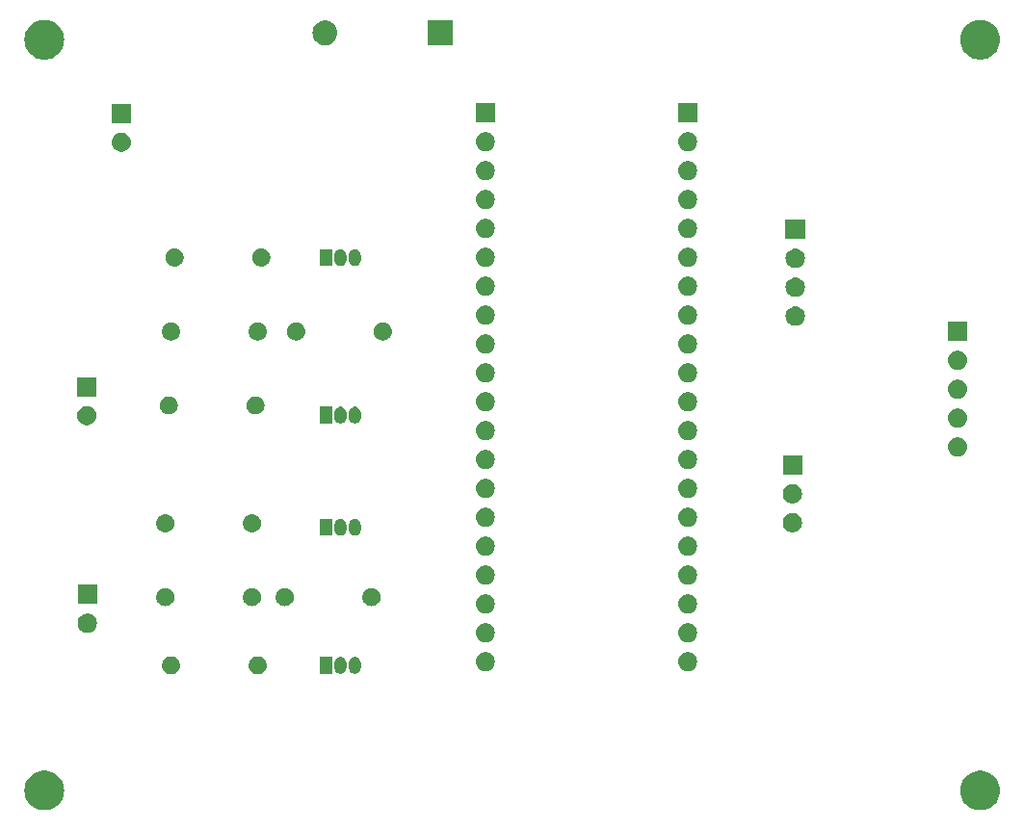
<source format=gbs>
G04 #@! TF.GenerationSoftware,KiCad,Pcbnew,8.0.7-8.0.7-0~ubuntu22.04.1*
G04 #@! TF.CreationDate,2025-01-05T09:50:44-03:00*
G04 #@! TF.ProjectId,fenix-controlador-de-ressolda,66656e69-782d-4636-9f6e-74726f6c6164,rev?*
G04 #@! TF.SameCoordinates,Original*
G04 #@! TF.FileFunction,Soldermask,Bot*
G04 #@! TF.FilePolarity,Negative*
%FSLAX46Y46*%
G04 Gerber Fmt 4.6, Leading zero omitted, Abs format (unit mm)*
G04 Created by KiCad (PCBNEW 8.0.7-8.0.7-0~ubuntu22.04.1) date 2025-01-05 09:50:44*
%MOMM*%
%LPD*%
G01*
G04 APERTURE LIST*
G04 APERTURE END LIST*
G36*
X103859412Y-129133876D02*
G01*
X104109347Y-129210971D01*
X104345000Y-129324456D01*
X104561107Y-129471795D01*
X104752841Y-129649698D01*
X104915918Y-129854190D01*
X105046696Y-130080703D01*
X105142252Y-130324178D01*
X105200454Y-130579176D01*
X105220000Y-130840000D01*
X105200454Y-131100824D01*
X105142252Y-131355822D01*
X105046696Y-131599297D01*
X104915918Y-131825810D01*
X104752841Y-132030302D01*
X104561107Y-132208205D01*
X104345000Y-132355544D01*
X104109347Y-132469029D01*
X103859412Y-132546124D01*
X103600778Y-132585107D01*
X103339222Y-132585107D01*
X103080588Y-132546124D01*
X102830653Y-132469029D01*
X102595000Y-132355544D01*
X102378893Y-132208205D01*
X102187159Y-132030302D01*
X102024082Y-131825810D01*
X101893304Y-131599297D01*
X101797748Y-131355822D01*
X101739546Y-131100824D01*
X101720000Y-130840000D01*
X101739546Y-130579176D01*
X101797748Y-130324178D01*
X101893304Y-130080703D01*
X102024082Y-129854190D01*
X102187159Y-129649698D01*
X102378893Y-129471795D01*
X102595000Y-129324456D01*
X102830653Y-129210971D01*
X103080588Y-129133876D01*
X103339222Y-129094893D01*
X103600778Y-129094893D01*
X103859412Y-129133876D01*
G37*
G36*
X186109412Y-129133876D02*
G01*
X186359347Y-129210971D01*
X186595000Y-129324456D01*
X186811107Y-129471795D01*
X187002841Y-129649698D01*
X187165918Y-129854190D01*
X187296696Y-130080703D01*
X187392252Y-130324178D01*
X187450454Y-130579176D01*
X187470000Y-130840000D01*
X187450454Y-131100824D01*
X187392252Y-131355822D01*
X187296696Y-131599297D01*
X187165918Y-131825810D01*
X187002841Y-132030302D01*
X186811107Y-132208205D01*
X186595000Y-132355544D01*
X186359347Y-132469029D01*
X186109412Y-132546124D01*
X185850778Y-132585107D01*
X185589222Y-132585107D01*
X185330588Y-132546124D01*
X185080653Y-132469029D01*
X184845000Y-132355544D01*
X184628893Y-132208205D01*
X184437159Y-132030302D01*
X184274082Y-131825810D01*
X184143304Y-131599297D01*
X184047748Y-131355822D01*
X183989546Y-131100824D01*
X183970000Y-130840000D01*
X183989546Y-130579176D01*
X184047748Y-130324178D01*
X184143304Y-130080703D01*
X184274082Y-129854190D01*
X184437159Y-129649698D01*
X184628893Y-129471795D01*
X184845000Y-129324456D01*
X185080653Y-129210971D01*
X185330588Y-129133876D01*
X185589222Y-129094893D01*
X185850778Y-129094893D01*
X186109412Y-129133876D01*
G37*
G36*
X114641811Y-119044711D02*
G01*
X114683588Y-119044711D01*
X114730718Y-119054728D01*
X114778017Y-119060058D01*
X114812408Y-119072092D01*
X114847110Y-119079468D01*
X114897117Y-119101733D01*
X114947107Y-119119225D01*
X114973128Y-119135575D01*
X114999835Y-119147466D01*
X115049633Y-119183646D01*
X115098792Y-119214535D01*
X115116444Y-119232187D01*
X115135084Y-119245730D01*
X115181165Y-119296908D01*
X115225465Y-119341208D01*
X115235654Y-119357424D01*
X115246946Y-119369965D01*
X115285573Y-119436870D01*
X115320775Y-119492893D01*
X115325170Y-119505453D01*
X115330535Y-119514746D01*
X115358010Y-119599305D01*
X115379942Y-119661983D01*
X115380773Y-119669363D01*
X115382195Y-119673738D01*
X115395076Y-119796306D01*
X115400000Y-119840000D01*
X115395076Y-119883697D01*
X115382195Y-120006261D01*
X115380773Y-120010635D01*
X115379942Y-120018017D01*
X115358005Y-120080707D01*
X115330535Y-120165253D01*
X115325171Y-120174543D01*
X115320775Y-120187107D01*
X115285566Y-120243140D01*
X115246946Y-120310034D01*
X115235656Y-120322572D01*
X115225465Y-120338792D01*
X115181155Y-120383101D01*
X115135084Y-120434269D01*
X115116448Y-120447808D01*
X115098792Y-120465465D01*
X115049623Y-120496359D01*
X114999835Y-120532533D01*
X114973134Y-120544421D01*
X114947107Y-120560775D01*
X114897107Y-120578270D01*
X114847110Y-120600531D01*
X114812414Y-120607905D01*
X114778017Y-120619942D01*
X114730715Y-120625271D01*
X114683588Y-120635289D01*
X114641811Y-120635289D01*
X114600000Y-120640000D01*
X114558189Y-120635289D01*
X114516412Y-120635289D01*
X114469284Y-120625271D01*
X114421983Y-120619942D01*
X114387586Y-120607906D01*
X114352889Y-120600531D01*
X114302887Y-120578268D01*
X114252893Y-120560775D01*
X114226868Y-120544422D01*
X114200164Y-120532533D01*
X114150369Y-120496355D01*
X114101208Y-120465465D01*
X114083554Y-120447811D01*
X114064915Y-120434269D01*
X114018833Y-120383090D01*
X113974535Y-120338792D01*
X113964345Y-120322575D01*
X113953053Y-120310034D01*
X113914420Y-120243120D01*
X113879225Y-120187107D01*
X113874830Y-120174547D01*
X113869464Y-120165253D01*
X113841980Y-120080667D01*
X113820058Y-120018017D01*
X113819226Y-120010639D01*
X113817804Y-120006261D01*
X113804908Y-119883565D01*
X113800000Y-119840000D01*
X113804908Y-119796438D01*
X113817804Y-119673738D01*
X113819226Y-119669358D01*
X113820058Y-119661983D01*
X113841975Y-119599345D01*
X113869464Y-119514746D01*
X113874831Y-119505449D01*
X113879225Y-119492893D01*
X113914413Y-119436890D01*
X113953053Y-119369965D01*
X113964347Y-119357421D01*
X113974535Y-119341208D01*
X114018826Y-119296916D01*
X114064917Y-119245728D01*
X114083559Y-119232183D01*
X114101208Y-119214535D01*
X114150354Y-119183654D01*
X114200162Y-119147467D01*
X114226873Y-119135574D01*
X114252893Y-119119225D01*
X114302877Y-119101734D01*
X114352889Y-119079468D01*
X114387592Y-119072091D01*
X114421983Y-119060058D01*
X114469281Y-119054728D01*
X114516412Y-119044711D01*
X114558189Y-119044711D01*
X114600000Y-119040000D01*
X114641811Y-119044711D01*
G37*
G36*
X122261811Y-119044711D02*
G01*
X122303588Y-119044711D01*
X122350718Y-119054728D01*
X122398017Y-119060058D01*
X122432408Y-119072092D01*
X122467110Y-119079468D01*
X122517117Y-119101733D01*
X122567107Y-119119225D01*
X122593128Y-119135575D01*
X122619835Y-119147466D01*
X122669633Y-119183646D01*
X122718792Y-119214535D01*
X122736444Y-119232187D01*
X122755084Y-119245730D01*
X122801165Y-119296908D01*
X122845465Y-119341208D01*
X122855654Y-119357424D01*
X122866946Y-119369965D01*
X122905573Y-119436870D01*
X122940775Y-119492893D01*
X122945170Y-119505453D01*
X122950535Y-119514746D01*
X122978010Y-119599305D01*
X122999942Y-119661983D01*
X123000773Y-119669363D01*
X123002195Y-119673738D01*
X123015076Y-119796306D01*
X123020000Y-119840000D01*
X123015076Y-119883697D01*
X123002195Y-120006261D01*
X123000773Y-120010635D01*
X122999942Y-120018017D01*
X122978005Y-120080707D01*
X122950535Y-120165253D01*
X122945171Y-120174543D01*
X122940775Y-120187107D01*
X122905566Y-120243140D01*
X122866946Y-120310034D01*
X122855656Y-120322572D01*
X122845465Y-120338792D01*
X122801155Y-120383101D01*
X122755084Y-120434269D01*
X122736448Y-120447808D01*
X122718792Y-120465465D01*
X122669623Y-120496359D01*
X122619835Y-120532533D01*
X122593134Y-120544421D01*
X122567107Y-120560775D01*
X122517107Y-120578270D01*
X122467110Y-120600531D01*
X122432414Y-120607905D01*
X122398017Y-120619942D01*
X122350715Y-120625271D01*
X122303588Y-120635289D01*
X122261811Y-120635289D01*
X122220000Y-120640000D01*
X122178189Y-120635289D01*
X122136412Y-120635289D01*
X122089284Y-120625271D01*
X122041983Y-120619942D01*
X122007586Y-120607906D01*
X121972889Y-120600531D01*
X121922887Y-120578268D01*
X121872893Y-120560775D01*
X121846868Y-120544422D01*
X121820164Y-120532533D01*
X121770369Y-120496355D01*
X121721208Y-120465465D01*
X121703554Y-120447811D01*
X121684915Y-120434269D01*
X121638833Y-120383090D01*
X121594535Y-120338792D01*
X121584345Y-120322575D01*
X121573053Y-120310034D01*
X121534420Y-120243120D01*
X121499225Y-120187107D01*
X121494830Y-120174547D01*
X121489464Y-120165253D01*
X121461980Y-120080667D01*
X121440058Y-120018017D01*
X121439226Y-120010639D01*
X121437804Y-120006261D01*
X121424908Y-119883565D01*
X121420000Y-119840000D01*
X121424908Y-119796438D01*
X121437804Y-119673738D01*
X121439226Y-119669358D01*
X121440058Y-119661983D01*
X121461975Y-119599345D01*
X121489464Y-119514746D01*
X121494831Y-119505449D01*
X121499225Y-119492893D01*
X121534413Y-119436890D01*
X121573053Y-119369965D01*
X121584347Y-119357421D01*
X121594535Y-119341208D01*
X121638826Y-119296916D01*
X121684917Y-119245728D01*
X121703559Y-119232183D01*
X121721208Y-119214535D01*
X121770354Y-119183654D01*
X121820162Y-119147467D01*
X121846873Y-119135574D01*
X121872893Y-119119225D01*
X121922877Y-119101734D01*
X121972889Y-119079468D01*
X122007592Y-119072091D01*
X122041983Y-119060058D01*
X122089281Y-119054728D01*
X122136412Y-119044711D01*
X122178189Y-119044711D01*
X122220000Y-119040000D01*
X122261811Y-119044711D01*
G37*
G36*
X128745000Y-120590000D02*
G01*
X127695000Y-120590000D01*
X127695000Y-119090000D01*
X128745000Y-119090000D01*
X128745000Y-120590000D01*
G37*
G36*
X129690909Y-119129963D02*
G01*
X129809600Y-119198489D01*
X129906511Y-119295400D01*
X129975037Y-119414091D01*
X130010509Y-119546474D01*
X130015000Y-119615000D01*
X130015000Y-120065000D01*
X130010509Y-120133526D01*
X129975037Y-120265909D01*
X129906511Y-120384600D01*
X129809600Y-120481511D01*
X129690909Y-120550037D01*
X129558526Y-120585509D01*
X129421474Y-120585509D01*
X129289091Y-120550037D01*
X129170400Y-120481511D01*
X129073489Y-120384600D01*
X129004963Y-120265909D01*
X128969491Y-120133526D01*
X128965000Y-120065000D01*
X128965000Y-119615000D01*
X128969491Y-119546474D01*
X129004963Y-119414091D01*
X129073489Y-119295400D01*
X129170400Y-119198489D01*
X129289091Y-119129963D01*
X129421474Y-119094491D01*
X129558526Y-119094491D01*
X129690909Y-119129963D01*
G37*
G36*
X130960909Y-119129963D02*
G01*
X131079600Y-119198489D01*
X131176511Y-119295400D01*
X131245037Y-119414091D01*
X131280509Y-119546474D01*
X131285000Y-119615000D01*
X131285000Y-120065000D01*
X131280509Y-120133526D01*
X131245037Y-120265909D01*
X131176511Y-120384600D01*
X131079600Y-120481511D01*
X130960909Y-120550037D01*
X130828526Y-120585509D01*
X130691474Y-120585509D01*
X130559091Y-120550037D01*
X130440400Y-120481511D01*
X130343489Y-120384600D01*
X130274963Y-120265909D01*
X130239491Y-120133526D01*
X130235000Y-120065000D01*
X130235000Y-119615000D01*
X130239491Y-119546474D01*
X130274963Y-119414091D01*
X130343489Y-119295400D01*
X130440400Y-119198489D01*
X130559091Y-119129963D01*
X130691474Y-119094491D01*
X130828526Y-119094491D01*
X130960909Y-119129963D01*
G37*
G36*
X142482664Y-118709102D02*
G01*
X142645000Y-118781378D01*
X142788761Y-118885827D01*
X142907664Y-119017883D01*
X142996514Y-119171774D01*
X143051425Y-119340775D01*
X143070000Y-119517500D01*
X143051425Y-119694225D01*
X142996514Y-119863226D01*
X142907664Y-120017117D01*
X142788761Y-120149173D01*
X142645000Y-120253622D01*
X142482664Y-120325898D01*
X142308849Y-120362844D01*
X142131151Y-120362844D01*
X141957336Y-120325898D01*
X141795000Y-120253622D01*
X141651239Y-120149173D01*
X141532336Y-120017117D01*
X141443486Y-119863226D01*
X141388575Y-119694225D01*
X141370000Y-119517500D01*
X141388575Y-119340775D01*
X141443486Y-119171774D01*
X141532336Y-119017883D01*
X141651239Y-118885827D01*
X141795000Y-118781378D01*
X141957336Y-118709102D01*
X142131151Y-118672156D01*
X142308849Y-118672156D01*
X142482664Y-118709102D01*
G37*
G36*
X160262664Y-118709102D02*
G01*
X160425000Y-118781378D01*
X160568761Y-118885827D01*
X160687664Y-119017883D01*
X160776514Y-119171774D01*
X160831425Y-119340775D01*
X160850000Y-119517500D01*
X160831425Y-119694225D01*
X160776514Y-119863226D01*
X160687664Y-120017117D01*
X160568761Y-120149173D01*
X160425000Y-120253622D01*
X160262664Y-120325898D01*
X160088849Y-120362844D01*
X159911151Y-120362844D01*
X159737336Y-120325898D01*
X159575000Y-120253622D01*
X159431239Y-120149173D01*
X159312336Y-120017117D01*
X159223486Y-119863226D01*
X159168575Y-119694225D01*
X159150000Y-119517500D01*
X159168575Y-119340775D01*
X159223486Y-119171774D01*
X159312336Y-119017883D01*
X159431239Y-118885827D01*
X159575000Y-118781378D01*
X159737336Y-118709102D01*
X159911151Y-118672156D01*
X160088849Y-118672156D01*
X160262664Y-118709102D01*
G37*
G36*
X142482664Y-116169102D02*
G01*
X142645000Y-116241378D01*
X142788761Y-116345827D01*
X142907664Y-116477883D01*
X142996514Y-116631774D01*
X143051425Y-116800775D01*
X143070000Y-116977500D01*
X143051425Y-117154225D01*
X142996514Y-117323226D01*
X142907664Y-117477117D01*
X142788761Y-117609173D01*
X142645000Y-117713622D01*
X142482664Y-117785898D01*
X142308849Y-117822844D01*
X142131151Y-117822844D01*
X141957336Y-117785898D01*
X141795000Y-117713622D01*
X141651239Y-117609173D01*
X141532336Y-117477117D01*
X141443486Y-117323226D01*
X141388575Y-117154225D01*
X141370000Y-116977500D01*
X141388575Y-116800775D01*
X141443486Y-116631774D01*
X141532336Y-116477883D01*
X141651239Y-116345827D01*
X141795000Y-116241378D01*
X141957336Y-116169102D01*
X142131151Y-116132156D01*
X142308849Y-116132156D01*
X142482664Y-116169102D01*
G37*
G36*
X160262664Y-116169102D02*
G01*
X160425000Y-116241378D01*
X160568761Y-116345827D01*
X160687664Y-116477883D01*
X160776514Y-116631774D01*
X160831425Y-116800775D01*
X160850000Y-116977500D01*
X160831425Y-117154225D01*
X160776514Y-117323226D01*
X160687664Y-117477117D01*
X160568761Y-117609173D01*
X160425000Y-117713622D01*
X160262664Y-117785898D01*
X160088849Y-117822844D01*
X159911151Y-117822844D01*
X159737336Y-117785898D01*
X159575000Y-117713622D01*
X159431239Y-117609173D01*
X159312336Y-117477117D01*
X159223486Y-117323226D01*
X159168575Y-117154225D01*
X159150000Y-116977500D01*
X159168575Y-116800775D01*
X159223486Y-116631774D01*
X159312336Y-116477883D01*
X159431239Y-116345827D01*
X159575000Y-116241378D01*
X159737336Y-116169102D01*
X159911151Y-116132156D01*
X160088849Y-116132156D01*
X160262664Y-116169102D01*
G37*
G36*
X107507664Y-115321602D02*
G01*
X107670000Y-115393878D01*
X107813761Y-115498327D01*
X107932664Y-115630383D01*
X108021514Y-115784274D01*
X108076425Y-115953275D01*
X108095000Y-116130000D01*
X108076425Y-116306725D01*
X108021514Y-116475726D01*
X107932664Y-116629617D01*
X107813761Y-116761673D01*
X107670000Y-116866122D01*
X107507664Y-116938398D01*
X107333849Y-116975344D01*
X107156151Y-116975344D01*
X106982336Y-116938398D01*
X106820000Y-116866122D01*
X106676239Y-116761673D01*
X106557336Y-116629617D01*
X106468486Y-116475726D01*
X106413575Y-116306725D01*
X106395000Y-116130000D01*
X106413575Y-115953275D01*
X106468486Y-115784274D01*
X106557336Y-115630383D01*
X106676239Y-115498327D01*
X106820000Y-115393878D01*
X106982336Y-115321602D01*
X107156151Y-115284656D01*
X107333849Y-115284656D01*
X107507664Y-115321602D01*
G37*
G36*
X142482664Y-113629102D02*
G01*
X142645000Y-113701378D01*
X142788761Y-113805827D01*
X142907664Y-113937883D01*
X142996514Y-114091774D01*
X143051425Y-114260775D01*
X143070000Y-114437500D01*
X143051425Y-114614225D01*
X142996514Y-114783226D01*
X142907664Y-114937117D01*
X142788761Y-115069173D01*
X142645000Y-115173622D01*
X142482664Y-115245898D01*
X142308849Y-115282844D01*
X142131151Y-115282844D01*
X141957336Y-115245898D01*
X141795000Y-115173622D01*
X141651239Y-115069173D01*
X141532336Y-114937117D01*
X141443486Y-114783226D01*
X141388575Y-114614225D01*
X141370000Y-114437500D01*
X141388575Y-114260775D01*
X141443486Y-114091774D01*
X141532336Y-113937883D01*
X141651239Y-113805827D01*
X141795000Y-113701378D01*
X141957336Y-113629102D01*
X142131151Y-113592156D01*
X142308849Y-113592156D01*
X142482664Y-113629102D01*
G37*
G36*
X160262664Y-113629102D02*
G01*
X160425000Y-113701378D01*
X160568761Y-113805827D01*
X160687664Y-113937883D01*
X160776514Y-114091774D01*
X160831425Y-114260775D01*
X160850000Y-114437500D01*
X160831425Y-114614225D01*
X160776514Y-114783226D01*
X160687664Y-114937117D01*
X160568761Y-115069173D01*
X160425000Y-115173622D01*
X160262664Y-115245898D01*
X160088849Y-115282844D01*
X159911151Y-115282844D01*
X159737336Y-115245898D01*
X159575000Y-115173622D01*
X159431239Y-115069173D01*
X159312336Y-114937117D01*
X159223486Y-114783226D01*
X159168575Y-114614225D01*
X159150000Y-114437500D01*
X159168575Y-114260775D01*
X159223486Y-114091774D01*
X159312336Y-113937883D01*
X159431239Y-113805827D01*
X159575000Y-113701378D01*
X159737336Y-113629102D01*
X159911151Y-113592156D01*
X160088849Y-113592156D01*
X160262664Y-113629102D01*
G37*
G36*
X114141811Y-113044711D02*
G01*
X114183588Y-113044711D01*
X114230718Y-113054728D01*
X114278017Y-113060058D01*
X114312408Y-113072092D01*
X114347110Y-113079468D01*
X114397117Y-113101733D01*
X114447107Y-113119225D01*
X114473128Y-113135575D01*
X114499835Y-113147466D01*
X114549633Y-113183646D01*
X114598792Y-113214535D01*
X114616444Y-113232187D01*
X114635084Y-113245730D01*
X114681165Y-113296908D01*
X114725465Y-113341208D01*
X114735654Y-113357424D01*
X114746946Y-113369965D01*
X114785573Y-113436870D01*
X114820775Y-113492893D01*
X114825170Y-113505453D01*
X114830535Y-113514746D01*
X114858010Y-113599305D01*
X114879942Y-113661983D01*
X114880773Y-113669363D01*
X114882195Y-113673738D01*
X114895076Y-113796306D01*
X114900000Y-113840000D01*
X114895076Y-113883697D01*
X114882195Y-114006261D01*
X114880773Y-114010635D01*
X114879942Y-114018017D01*
X114858005Y-114080707D01*
X114830535Y-114165253D01*
X114825171Y-114174543D01*
X114820775Y-114187107D01*
X114785566Y-114243140D01*
X114746946Y-114310034D01*
X114735656Y-114322572D01*
X114725465Y-114338792D01*
X114681155Y-114383101D01*
X114635084Y-114434269D01*
X114616448Y-114447808D01*
X114598792Y-114465465D01*
X114549623Y-114496359D01*
X114499835Y-114532533D01*
X114473134Y-114544421D01*
X114447107Y-114560775D01*
X114397107Y-114578270D01*
X114347110Y-114600531D01*
X114312414Y-114607905D01*
X114278017Y-114619942D01*
X114230715Y-114625271D01*
X114183588Y-114635289D01*
X114141811Y-114635289D01*
X114100000Y-114640000D01*
X114058189Y-114635289D01*
X114016412Y-114635289D01*
X113969284Y-114625271D01*
X113921983Y-114619942D01*
X113887586Y-114607906D01*
X113852889Y-114600531D01*
X113802887Y-114578268D01*
X113752893Y-114560775D01*
X113726868Y-114544422D01*
X113700164Y-114532533D01*
X113650369Y-114496355D01*
X113601208Y-114465465D01*
X113583554Y-114447811D01*
X113564915Y-114434269D01*
X113518833Y-114383090D01*
X113474535Y-114338792D01*
X113464345Y-114322575D01*
X113453053Y-114310034D01*
X113414420Y-114243120D01*
X113379225Y-114187107D01*
X113374830Y-114174547D01*
X113369464Y-114165253D01*
X113341980Y-114080667D01*
X113320058Y-114018017D01*
X113319226Y-114010639D01*
X113317804Y-114006261D01*
X113304908Y-113883565D01*
X113300000Y-113840000D01*
X113304908Y-113796438D01*
X113317804Y-113673738D01*
X113319226Y-113669358D01*
X113320058Y-113661983D01*
X113341975Y-113599345D01*
X113369464Y-113514746D01*
X113374831Y-113505449D01*
X113379225Y-113492893D01*
X113414413Y-113436890D01*
X113453053Y-113369965D01*
X113464347Y-113357421D01*
X113474535Y-113341208D01*
X113518826Y-113296916D01*
X113564917Y-113245728D01*
X113583559Y-113232183D01*
X113601208Y-113214535D01*
X113650354Y-113183654D01*
X113700162Y-113147467D01*
X113726873Y-113135574D01*
X113752893Y-113119225D01*
X113802877Y-113101734D01*
X113852889Y-113079468D01*
X113887592Y-113072091D01*
X113921983Y-113060058D01*
X113969281Y-113054728D01*
X114016412Y-113044711D01*
X114058189Y-113044711D01*
X114100000Y-113040000D01*
X114141811Y-113044711D01*
G37*
G36*
X121761811Y-113044711D02*
G01*
X121803588Y-113044711D01*
X121850718Y-113054728D01*
X121898017Y-113060058D01*
X121932408Y-113072092D01*
X121967110Y-113079468D01*
X122017117Y-113101733D01*
X122067107Y-113119225D01*
X122093128Y-113135575D01*
X122119835Y-113147466D01*
X122169633Y-113183646D01*
X122218792Y-113214535D01*
X122236444Y-113232187D01*
X122255084Y-113245730D01*
X122301165Y-113296908D01*
X122345465Y-113341208D01*
X122355654Y-113357424D01*
X122366946Y-113369965D01*
X122405573Y-113436870D01*
X122440775Y-113492893D01*
X122445170Y-113505453D01*
X122450535Y-113514746D01*
X122478010Y-113599305D01*
X122499942Y-113661983D01*
X122500773Y-113669363D01*
X122502195Y-113673738D01*
X122515076Y-113796306D01*
X122520000Y-113840000D01*
X122515076Y-113883697D01*
X122502195Y-114006261D01*
X122500773Y-114010635D01*
X122499942Y-114018017D01*
X122478005Y-114080707D01*
X122450535Y-114165253D01*
X122445171Y-114174543D01*
X122440775Y-114187107D01*
X122405566Y-114243140D01*
X122366946Y-114310034D01*
X122355656Y-114322572D01*
X122345465Y-114338792D01*
X122301155Y-114383101D01*
X122255084Y-114434269D01*
X122236448Y-114447808D01*
X122218792Y-114465465D01*
X122169623Y-114496359D01*
X122119835Y-114532533D01*
X122093134Y-114544421D01*
X122067107Y-114560775D01*
X122017107Y-114578270D01*
X121967110Y-114600531D01*
X121932414Y-114607905D01*
X121898017Y-114619942D01*
X121850715Y-114625271D01*
X121803588Y-114635289D01*
X121761811Y-114635289D01*
X121720000Y-114640000D01*
X121678189Y-114635289D01*
X121636412Y-114635289D01*
X121589284Y-114625271D01*
X121541983Y-114619942D01*
X121507586Y-114607906D01*
X121472889Y-114600531D01*
X121422887Y-114578268D01*
X121372893Y-114560775D01*
X121346868Y-114544422D01*
X121320164Y-114532533D01*
X121270369Y-114496355D01*
X121221208Y-114465465D01*
X121203554Y-114447811D01*
X121184915Y-114434269D01*
X121138833Y-114383090D01*
X121094535Y-114338792D01*
X121084345Y-114322575D01*
X121073053Y-114310034D01*
X121034420Y-114243120D01*
X120999225Y-114187107D01*
X120994830Y-114174547D01*
X120989464Y-114165253D01*
X120961980Y-114080667D01*
X120940058Y-114018017D01*
X120939226Y-114010639D01*
X120937804Y-114006261D01*
X120924908Y-113883565D01*
X120920000Y-113840000D01*
X120924908Y-113796438D01*
X120937804Y-113673738D01*
X120939226Y-113669358D01*
X120940058Y-113661983D01*
X120961975Y-113599345D01*
X120989464Y-113514746D01*
X120994831Y-113505449D01*
X120999225Y-113492893D01*
X121034413Y-113436890D01*
X121073053Y-113369965D01*
X121084347Y-113357421D01*
X121094535Y-113341208D01*
X121138826Y-113296916D01*
X121184917Y-113245728D01*
X121203559Y-113232183D01*
X121221208Y-113214535D01*
X121270354Y-113183654D01*
X121320162Y-113147467D01*
X121346873Y-113135574D01*
X121372893Y-113119225D01*
X121422877Y-113101734D01*
X121472889Y-113079468D01*
X121507592Y-113072091D01*
X121541983Y-113060058D01*
X121589281Y-113054728D01*
X121636412Y-113044711D01*
X121678189Y-113044711D01*
X121720000Y-113040000D01*
X121761811Y-113044711D01*
G37*
G36*
X124641811Y-113044711D02*
G01*
X124683588Y-113044711D01*
X124730718Y-113054728D01*
X124778017Y-113060058D01*
X124812408Y-113072092D01*
X124847110Y-113079468D01*
X124897117Y-113101733D01*
X124947107Y-113119225D01*
X124973128Y-113135575D01*
X124999835Y-113147466D01*
X125049633Y-113183646D01*
X125098792Y-113214535D01*
X125116444Y-113232187D01*
X125135084Y-113245730D01*
X125181165Y-113296908D01*
X125225465Y-113341208D01*
X125235654Y-113357424D01*
X125246946Y-113369965D01*
X125285573Y-113436870D01*
X125320775Y-113492893D01*
X125325170Y-113505453D01*
X125330535Y-113514746D01*
X125358010Y-113599305D01*
X125379942Y-113661983D01*
X125380773Y-113669363D01*
X125382195Y-113673738D01*
X125395076Y-113796306D01*
X125400000Y-113840000D01*
X125395076Y-113883697D01*
X125382195Y-114006261D01*
X125380773Y-114010635D01*
X125379942Y-114018017D01*
X125358005Y-114080707D01*
X125330535Y-114165253D01*
X125325171Y-114174543D01*
X125320775Y-114187107D01*
X125285566Y-114243140D01*
X125246946Y-114310034D01*
X125235656Y-114322572D01*
X125225465Y-114338792D01*
X125181155Y-114383101D01*
X125135084Y-114434269D01*
X125116448Y-114447808D01*
X125098792Y-114465465D01*
X125049623Y-114496359D01*
X124999835Y-114532533D01*
X124973134Y-114544421D01*
X124947107Y-114560775D01*
X124897107Y-114578270D01*
X124847110Y-114600531D01*
X124812414Y-114607905D01*
X124778017Y-114619942D01*
X124730715Y-114625271D01*
X124683588Y-114635289D01*
X124641811Y-114635289D01*
X124600000Y-114640000D01*
X124558189Y-114635289D01*
X124516412Y-114635289D01*
X124469284Y-114625271D01*
X124421983Y-114619942D01*
X124387586Y-114607906D01*
X124352889Y-114600531D01*
X124302887Y-114578268D01*
X124252893Y-114560775D01*
X124226868Y-114544422D01*
X124200164Y-114532533D01*
X124150369Y-114496355D01*
X124101208Y-114465465D01*
X124083554Y-114447811D01*
X124064915Y-114434269D01*
X124018833Y-114383090D01*
X123974535Y-114338792D01*
X123964345Y-114322575D01*
X123953053Y-114310034D01*
X123914420Y-114243120D01*
X123879225Y-114187107D01*
X123874830Y-114174547D01*
X123869464Y-114165253D01*
X123841980Y-114080667D01*
X123820058Y-114018017D01*
X123819226Y-114010639D01*
X123817804Y-114006261D01*
X123804908Y-113883565D01*
X123800000Y-113840000D01*
X123804908Y-113796438D01*
X123817804Y-113673738D01*
X123819226Y-113669358D01*
X123820058Y-113661983D01*
X123841975Y-113599345D01*
X123869464Y-113514746D01*
X123874831Y-113505449D01*
X123879225Y-113492893D01*
X123914413Y-113436890D01*
X123953053Y-113369965D01*
X123964347Y-113357421D01*
X123974535Y-113341208D01*
X124018826Y-113296916D01*
X124064917Y-113245728D01*
X124083559Y-113232183D01*
X124101208Y-113214535D01*
X124150354Y-113183654D01*
X124200162Y-113147467D01*
X124226873Y-113135574D01*
X124252893Y-113119225D01*
X124302877Y-113101734D01*
X124352889Y-113079468D01*
X124387592Y-113072091D01*
X124421983Y-113060058D01*
X124469281Y-113054728D01*
X124516412Y-113044711D01*
X124558189Y-113044711D01*
X124600000Y-113040000D01*
X124641811Y-113044711D01*
G37*
G36*
X132261811Y-113044711D02*
G01*
X132303588Y-113044711D01*
X132350718Y-113054728D01*
X132398017Y-113060058D01*
X132432408Y-113072092D01*
X132467110Y-113079468D01*
X132517117Y-113101733D01*
X132567107Y-113119225D01*
X132593128Y-113135575D01*
X132619835Y-113147466D01*
X132669633Y-113183646D01*
X132718792Y-113214535D01*
X132736444Y-113232187D01*
X132755084Y-113245730D01*
X132801165Y-113296908D01*
X132845465Y-113341208D01*
X132855654Y-113357424D01*
X132866946Y-113369965D01*
X132905573Y-113436870D01*
X132940775Y-113492893D01*
X132945170Y-113505453D01*
X132950535Y-113514746D01*
X132978010Y-113599305D01*
X132999942Y-113661983D01*
X133000773Y-113669363D01*
X133002195Y-113673738D01*
X133015076Y-113796306D01*
X133020000Y-113840000D01*
X133015076Y-113883697D01*
X133002195Y-114006261D01*
X133000773Y-114010635D01*
X132999942Y-114018017D01*
X132978005Y-114080707D01*
X132950535Y-114165253D01*
X132945171Y-114174543D01*
X132940775Y-114187107D01*
X132905566Y-114243140D01*
X132866946Y-114310034D01*
X132855656Y-114322572D01*
X132845465Y-114338792D01*
X132801155Y-114383101D01*
X132755084Y-114434269D01*
X132736448Y-114447808D01*
X132718792Y-114465465D01*
X132669623Y-114496359D01*
X132619835Y-114532533D01*
X132593134Y-114544421D01*
X132567107Y-114560775D01*
X132517107Y-114578270D01*
X132467110Y-114600531D01*
X132432414Y-114607905D01*
X132398017Y-114619942D01*
X132350715Y-114625271D01*
X132303588Y-114635289D01*
X132261811Y-114635289D01*
X132220000Y-114640000D01*
X132178189Y-114635289D01*
X132136412Y-114635289D01*
X132089284Y-114625271D01*
X132041983Y-114619942D01*
X132007586Y-114607906D01*
X131972889Y-114600531D01*
X131922887Y-114578268D01*
X131872893Y-114560775D01*
X131846868Y-114544422D01*
X131820164Y-114532533D01*
X131770369Y-114496355D01*
X131721208Y-114465465D01*
X131703554Y-114447811D01*
X131684915Y-114434269D01*
X131638833Y-114383090D01*
X131594535Y-114338792D01*
X131584345Y-114322575D01*
X131573053Y-114310034D01*
X131534420Y-114243120D01*
X131499225Y-114187107D01*
X131494830Y-114174547D01*
X131489464Y-114165253D01*
X131461980Y-114080667D01*
X131440058Y-114018017D01*
X131439226Y-114010639D01*
X131437804Y-114006261D01*
X131424908Y-113883565D01*
X131420000Y-113840000D01*
X131424908Y-113796438D01*
X131437804Y-113673738D01*
X131439226Y-113669358D01*
X131440058Y-113661983D01*
X131461975Y-113599345D01*
X131489464Y-113514746D01*
X131494831Y-113505449D01*
X131499225Y-113492893D01*
X131534413Y-113436890D01*
X131573053Y-113369965D01*
X131584347Y-113357421D01*
X131594535Y-113341208D01*
X131638826Y-113296916D01*
X131684917Y-113245728D01*
X131703559Y-113232183D01*
X131721208Y-113214535D01*
X131770354Y-113183654D01*
X131820162Y-113147467D01*
X131846873Y-113135574D01*
X131872893Y-113119225D01*
X131922877Y-113101734D01*
X131972889Y-113079468D01*
X132007592Y-113072091D01*
X132041983Y-113060058D01*
X132089281Y-113054728D01*
X132136412Y-113044711D01*
X132178189Y-113044711D01*
X132220000Y-113040000D01*
X132261811Y-113044711D01*
G37*
G36*
X108095000Y-114440000D02*
G01*
X106395000Y-114440000D01*
X106395000Y-112740000D01*
X108095000Y-112740000D01*
X108095000Y-114440000D01*
G37*
G36*
X142482664Y-111089102D02*
G01*
X142645000Y-111161378D01*
X142788761Y-111265827D01*
X142907664Y-111397883D01*
X142996514Y-111551774D01*
X143051425Y-111720775D01*
X143070000Y-111897500D01*
X143051425Y-112074225D01*
X142996514Y-112243226D01*
X142907664Y-112397117D01*
X142788761Y-112529173D01*
X142645000Y-112633622D01*
X142482664Y-112705898D01*
X142308849Y-112742844D01*
X142131151Y-112742844D01*
X141957336Y-112705898D01*
X141795000Y-112633622D01*
X141651239Y-112529173D01*
X141532336Y-112397117D01*
X141443486Y-112243226D01*
X141388575Y-112074225D01*
X141370000Y-111897500D01*
X141388575Y-111720775D01*
X141443486Y-111551774D01*
X141532336Y-111397883D01*
X141651239Y-111265827D01*
X141795000Y-111161378D01*
X141957336Y-111089102D01*
X142131151Y-111052156D01*
X142308849Y-111052156D01*
X142482664Y-111089102D01*
G37*
G36*
X160262664Y-111089102D02*
G01*
X160425000Y-111161378D01*
X160568761Y-111265827D01*
X160687664Y-111397883D01*
X160776514Y-111551774D01*
X160831425Y-111720775D01*
X160850000Y-111897500D01*
X160831425Y-112074225D01*
X160776514Y-112243226D01*
X160687664Y-112397117D01*
X160568761Y-112529173D01*
X160425000Y-112633622D01*
X160262664Y-112705898D01*
X160088849Y-112742844D01*
X159911151Y-112742844D01*
X159737336Y-112705898D01*
X159575000Y-112633622D01*
X159431239Y-112529173D01*
X159312336Y-112397117D01*
X159223486Y-112243226D01*
X159168575Y-112074225D01*
X159150000Y-111897500D01*
X159168575Y-111720775D01*
X159223486Y-111551774D01*
X159312336Y-111397883D01*
X159431239Y-111265827D01*
X159575000Y-111161378D01*
X159737336Y-111089102D01*
X159911151Y-111052156D01*
X160088849Y-111052156D01*
X160262664Y-111089102D01*
G37*
G36*
X142482664Y-108549102D02*
G01*
X142645000Y-108621378D01*
X142788761Y-108725827D01*
X142907664Y-108857883D01*
X142996514Y-109011774D01*
X143051425Y-109180775D01*
X143070000Y-109357500D01*
X143051425Y-109534225D01*
X142996514Y-109703226D01*
X142907664Y-109857117D01*
X142788761Y-109989173D01*
X142645000Y-110093622D01*
X142482664Y-110165898D01*
X142308849Y-110202844D01*
X142131151Y-110202844D01*
X141957336Y-110165898D01*
X141795000Y-110093622D01*
X141651239Y-109989173D01*
X141532336Y-109857117D01*
X141443486Y-109703226D01*
X141388575Y-109534225D01*
X141370000Y-109357500D01*
X141388575Y-109180775D01*
X141443486Y-109011774D01*
X141532336Y-108857883D01*
X141651239Y-108725827D01*
X141795000Y-108621378D01*
X141957336Y-108549102D01*
X142131151Y-108512156D01*
X142308849Y-108512156D01*
X142482664Y-108549102D01*
G37*
G36*
X160262664Y-108549102D02*
G01*
X160425000Y-108621378D01*
X160568761Y-108725827D01*
X160687664Y-108857883D01*
X160776514Y-109011774D01*
X160831425Y-109180775D01*
X160850000Y-109357500D01*
X160831425Y-109534225D01*
X160776514Y-109703226D01*
X160687664Y-109857117D01*
X160568761Y-109989173D01*
X160425000Y-110093622D01*
X160262664Y-110165898D01*
X160088849Y-110202844D01*
X159911151Y-110202844D01*
X159737336Y-110165898D01*
X159575000Y-110093622D01*
X159431239Y-109989173D01*
X159312336Y-109857117D01*
X159223486Y-109703226D01*
X159168575Y-109534225D01*
X159150000Y-109357500D01*
X159168575Y-109180775D01*
X159223486Y-109011774D01*
X159312336Y-108857883D01*
X159431239Y-108725827D01*
X159575000Y-108621378D01*
X159737336Y-108549102D01*
X159911151Y-108512156D01*
X160088849Y-108512156D01*
X160262664Y-108549102D01*
G37*
G36*
X128745000Y-108450000D02*
G01*
X127695000Y-108450000D01*
X127695000Y-106950000D01*
X128745000Y-106950000D01*
X128745000Y-108450000D01*
G37*
G36*
X129690909Y-106989963D02*
G01*
X129809600Y-107058489D01*
X129906511Y-107155400D01*
X129975037Y-107274091D01*
X130010509Y-107406474D01*
X130015000Y-107475000D01*
X130015000Y-107925000D01*
X130010509Y-107993526D01*
X129975037Y-108125909D01*
X129906511Y-108244600D01*
X129809600Y-108341511D01*
X129690909Y-108410037D01*
X129558526Y-108445509D01*
X129421474Y-108445509D01*
X129289091Y-108410037D01*
X129170400Y-108341511D01*
X129073489Y-108244600D01*
X129004963Y-108125909D01*
X128969491Y-107993526D01*
X128965000Y-107925000D01*
X128965000Y-107475000D01*
X128969491Y-107406474D01*
X129004963Y-107274091D01*
X129073489Y-107155400D01*
X129170400Y-107058489D01*
X129289091Y-106989963D01*
X129421474Y-106954491D01*
X129558526Y-106954491D01*
X129690909Y-106989963D01*
G37*
G36*
X130960909Y-106989963D02*
G01*
X131079600Y-107058489D01*
X131176511Y-107155400D01*
X131245037Y-107274091D01*
X131280509Y-107406474D01*
X131285000Y-107475000D01*
X131285000Y-107925000D01*
X131280509Y-107993526D01*
X131245037Y-108125909D01*
X131176511Y-108244600D01*
X131079600Y-108341511D01*
X130960909Y-108410037D01*
X130828526Y-108445509D01*
X130691474Y-108445509D01*
X130559091Y-108410037D01*
X130440400Y-108341511D01*
X130343489Y-108244600D01*
X130274963Y-108125909D01*
X130239491Y-107993526D01*
X130235000Y-107925000D01*
X130235000Y-107475000D01*
X130239491Y-107406474D01*
X130274963Y-107274091D01*
X130343489Y-107155400D01*
X130440400Y-107058489D01*
X130559091Y-106989963D01*
X130691474Y-106954491D01*
X130828526Y-106954491D01*
X130960909Y-106989963D01*
G37*
G36*
X169482664Y-106491602D02*
G01*
X169645000Y-106563878D01*
X169788761Y-106668327D01*
X169907664Y-106800383D01*
X169996514Y-106954274D01*
X170051425Y-107123275D01*
X170070000Y-107300000D01*
X170051425Y-107476725D01*
X169996514Y-107645726D01*
X169907664Y-107799617D01*
X169788761Y-107931673D01*
X169645000Y-108036122D01*
X169482664Y-108108398D01*
X169308849Y-108145344D01*
X169131151Y-108145344D01*
X168957336Y-108108398D01*
X168795000Y-108036122D01*
X168651239Y-107931673D01*
X168532336Y-107799617D01*
X168443486Y-107645726D01*
X168388575Y-107476725D01*
X168370000Y-107300000D01*
X168388575Y-107123275D01*
X168443486Y-106954274D01*
X168532336Y-106800383D01*
X168651239Y-106668327D01*
X168795000Y-106563878D01*
X168957336Y-106491602D01*
X169131151Y-106454656D01*
X169308849Y-106454656D01*
X169482664Y-106491602D01*
G37*
G36*
X114141811Y-106544711D02*
G01*
X114183588Y-106544711D01*
X114230718Y-106554728D01*
X114278017Y-106560058D01*
X114312408Y-106572092D01*
X114347110Y-106579468D01*
X114397117Y-106601733D01*
X114447107Y-106619225D01*
X114473128Y-106635575D01*
X114499835Y-106647466D01*
X114549633Y-106683646D01*
X114598792Y-106714535D01*
X114616444Y-106732187D01*
X114635084Y-106745730D01*
X114681165Y-106796908D01*
X114725465Y-106841208D01*
X114735654Y-106857424D01*
X114746946Y-106869965D01*
X114785573Y-106936870D01*
X114820775Y-106992893D01*
X114825170Y-107005453D01*
X114830535Y-107014746D01*
X114858010Y-107099305D01*
X114879942Y-107161983D01*
X114880773Y-107169363D01*
X114882195Y-107173738D01*
X114895076Y-107296306D01*
X114900000Y-107340000D01*
X114895076Y-107383697D01*
X114882195Y-107506261D01*
X114880773Y-107510635D01*
X114879942Y-107518017D01*
X114858005Y-107580707D01*
X114830535Y-107665253D01*
X114825171Y-107674543D01*
X114820775Y-107687107D01*
X114785566Y-107743140D01*
X114746946Y-107810034D01*
X114735656Y-107822572D01*
X114725465Y-107838792D01*
X114681155Y-107883101D01*
X114635084Y-107934269D01*
X114616448Y-107947808D01*
X114598792Y-107965465D01*
X114549623Y-107996359D01*
X114499835Y-108032533D01*
X114473134Y-108044421D01*
X114447107Y-108060775D01*
X114397107Y-108078270D01*
X114347110Y-108100531D01*
X114312414Y-108107905D01*
X114278017Y-108119942D01*
X114230715Y-108125271D01*
X114183588Y-108135289D01*
X114141811Y-108135289D01*
X114100000Y-108140000D01*
X114058189Y-108135289D01*
X114016412Y-108135289D01*
X113969284Y-108125271D01*
X113921983Y-108119942D01*
X113887586Y-108107906D01*
X113852889Y-108100531D01*
X113802887Y-108078268D01*
X113752893Y-108060775D01*
X113726868Y-108044422D01*
X113700164Y-108032533D01*
X113650369Y-107996355D01*
X113601208Y-107965465D01*
X113583554Y-107947811D01*
X113564915Y-107934269D01*
X113518833Y-107883090D01*
X113474535Y-107838792D01*
X113464345Y-107822575D01*
X113453053Y-107810034D01*
X113414420Y-107743120D01*
X113379225Y-107687107D01*
X113374830Y-107674547D01*
X113369464Y-107665253D01*
X113341980Y-107580667D01*
X113320058Y-107518017D01*
X113319226Y-107510639D01*
X113317804Y-107506261D01*
X113304908Y-107383565D01*
X113300000Y-107340000D01*
X113304908Y-107296438D01*
X113317804Y-107173738D01*
X113319226Y-107169358D01*
X113320058Y-107161983D01*
X113341975Y-107099345D01*
X113369464Y-107014746D01*
X113374831Y-107005449D01*
X113379225Y-106992893D01*
X113414413Y-106936890D01*
X113453053Y-106869965D01*
X113464347Y-106857421D01*
X113474535Y-106841208D01*
X113518826Y-106796916D01*
X113564917Y-106745728D01*
X113583559Y-106732183D01*
X113601208Y-106714535D01*
X113650354Y-106683654D01*
X113700162Y-106647467D01*
X113726873Y-106635574D01*
X113752893Y-106619225D01*
X113802877Y-106601734D01*
X113852889Y-106579468D01*
X113887592Y-106572091D01*
X113921983Y-106560058D01*
X113969281Y-106554728D01*
X114016412Y-106544711D01*
X114058189Y-106544711D01*
X114100000Y-106540000D01*
X114141811Y-106544711D01*
G37*
G36*
X121761811Y-106544711D02*
G01*
X121803588Y-106544711D01*
X121850718Y-106554728D01*
X121898017Y-106560058D01*
X121932408Y-106572092D01*
X121967110Y-106579468D01*
X122017117Y-106601733D01*
X122067107Y-106619225D01*
X122093128Y-106635575D01*
X122119835Y-106647466D01*
X122169633Y-106683646D01*
X122218792Y-106714535D01*
X122236444Y-106732187D01*
X122255084Y-106745730D01*
X122301165Y-106796908D01*
X122345465Y-106841208D01*
X122355654Y-106857424D01*
X122366946Y-106869965D01*
X122405573Y-106936870D01*
X122440775Y-106992893D01*
X122445170Y-107005453D01*
X122450535Y-107014746D01*
X122478010Y-107099305D01*
X122499942Y-107161983D01*
X122500773Y-107169363D01*
X122502195Y-107173738D01*
X122515076Y-107296306D01*
X122520000Y-107340000D01*
X122515076Y-107383697D01*
X122502195Y-107506261D01*
X122500773Y-107510635D01*
X122499942Y-107518017D01*
X122478005Y-107580707D01*
X122450535Y-107665253D01*
X122445171Y-107674543D01*
X122440775Y-107687107D01*
X122405566Y-107743140D01*
X122366946Y-107810034D01*
X122355656Y-107822572D01*
X122345465Y-107838792D01*
X122301155Y-107883101D01*
X122255084Y-107934269D01*
X122236448Y-107947808D01*
X122218792Y-107965465D01*
X122169623Y-107996359D01*
X122119835Y-108032533D01*
X122093134Y-108044421D01*
X122067107Y-108060775D01*
X122017107Y-108078270D01*
X121967110Y-108100531D01*
X121932414Y-108107905D01*
X121898017Y-108119942D01*
X121850715Y-108125271D01*
X121803588Y-108135289D01*
X121761811Y-108135289D01*
X121720000Y-108140000D01*
X121678189Y-108135289D01*
X121636412Y-108135289D01*
X121589284Y-108125271D01*
X121541983Y-108119942D01*
X121507586Y-108107906D01*
X121472889Y-108100531D01*
X121422887Y-108078268D01*
X121372893Y-108060775D01*
X121346868Y-108044422D01*
X121320164Y-108032533D01*
X121270369Y-107996355D01*
X121221208Y-107965465D01*
X121203554Y-107947811D01*
X121184915Y-107934269D01*
X121138833Y-107883090D01*
X121094535Y-107838792D01*
X121084345Y-107822575D01*
X121073053Y-107810034D01*
X121034420Y-107743120D01*
X120999225Y-107687107D01*
X120994830Y-107674547D01*
X120989464Y-107665253D01*
X120961980Y-107580667D01*
X120940058Y-107518017D01*
X120939226Y-107510639D01*
X120937804Y-107506261D01*
X120924908Y-107383565D01*
X120920000Y-107340000D01*
X120924908Y-107296438D01*
X120937804Y-107173738D01*
X120939226Y-107169358D01*
X120940058Y-107161983D01*
X120961975Y-107099345D01*
X120989464Y-107014746D01*
X120994831Y-107005449D01*
X120999225Y-106992893D01*
X121034413Y-106936890D01*
X121073053Y-106869965D01*
X121084347Y-106857421D01*
X121094535Y-106841208D01*
X121138826Y-106796916D01*
X121184917Y-106745728D01*
X121203559Y-106732183D01*
X121221208Y-106714535D01*
X121270354Y-106683654D01*
X121320162Y-106647467D01*
X121346873Y-106635574D01*
X121372893Y-106619225D01*
X121422877Y-106601734D01*
X121472889Y-106579468D01*
X121507592Y-106572091D01*
X121541983Y-106560058D01*
X121589281Y-106554728D01*
X121636412Y-106544711D01*
X121678189Y-106544711D01*
X121720000Y-106540000D01*
X121761811Y-106544711D01*
G37*
G36*
X142482664Y-106009102D02*
G01*
X142645000Y-106081378D01*
X142788761Y-106185827D01*
X142907664Y-106317883D01*
X142996514Y-106471774D01*
X143051425Y-106640775D01*
X143070000Y-106817500D01*
X143051425Y-106994225D01*
X142996514Y-107163226D01*
X142907664Y-107317117D01*
X142788761Y-107449173D01*
X142645000Y-107553622D01*
X142482664Y-107625898D01*
X142308849Y-107662844D01*
X142131151Y-107662844D01*
X141957336Y-107625898D01*
X141795000Y-107553622D01*
X141651239Y-107449173D01*
X141532336Y-107317117D01*
X141443486Y-107163226D01*
X141388575Y-106994225D01*
X141370000Y-106817500D01*
X141388575Y-106640775D01*
X141443486Y-106471774D01*
X141532336Y-106317883D01*
X141651239Y-106185827D01*
X141795000Y-106081378D01*
X141957336Y-106009102D01*
X142131151Y-105972156D01*
X142308849Y-105972156D01*
X142482664Y-106009102D01*
G37*
G36*
X160262664Y-106009102D02*
G01*
X160425000Y-106081378D01*
X160568761Y-106185827D01*
X160687664Y-106317883D01*
X160776514Y-106471774D01*
X160831425Y-106640775D01*
X160850000Y-106817500D01*
X160831425Y-106994225D01*
X160776514Y-107163226D01*
X160687664Y-107317117D01*
X160568761Y-107449173D01*
X160425000Y-107553622D01*
X160262664Y-107625898D01*
X160088849Y-107662844D01*
X159911151Y-107662844D01*
X159737336Y-107625898D01*
X159575000Y-107553622D01*
X159431239Y-107449173D01*
X159312336Y-107317117D01*
X159223486Y-107163226D01*
X159168575Y-106994225D01*
X159150000Y-106817500D01*
X159168575Y-106640775D01*
X159223486Y-106471774D01*
X159312336Y-106317883D01*
X159431239Y-106185827D01*
X159575000Y-106081378D01*
X159737336Y-106009102D01*
X159911151Y-105972156D01*
X160088849Y-105972156D01*
X160262664Y-106009102D01*
G37*
G36*
X169482664Y-103951602D02*
G01*
X169645000Y-104023878D01*
X169788761Y-104128327D01*
X169907664Y-104260383D01*
X169996514Y-104414274D01*
X170051425Y-104583275D01*
X170070000Y-104760000D01*
X170051425Y-104936725D01*
X169996514Y-105105726D01*
X169907664Y-105259617D01*
X169788761Y-105391673D01*
X169645000Y-105496122D01*
X169482664Y-105568398D01*
X169308849Y-105605344D01*
X169131151Y-105605344D01*
X168957336Y-105568398D01*
X168795000Y-105496122D01*
X168651239Y-105391673D01*
X168532336Y-105259617D01*
X168443486Y-105105726D01*
X168388575Y-104936725D01*
X168370000Y-104760000D01*
X168388575Y-104583275D01*
X168443486Y-104414274D01*
X168532336Y-104260383D01*
X168651239Y-104128327D01*
X168795000Y-104023878D01*
X168957336Y-103951602D01*
X169131151Y-103914656D01*
X169308849Y-103914656D01*
X169482664Y-103951602D01*
G37*
G36*
X142482664Y-103469102D02*
G01*
X142645000Y-103541378D01*
X142788761Y-103645827D01*
X142907664Y-103777883D01*
X142996514Y-103931774D01*
X143051425Y-104100775D01*
X143070000Y-104277500D01*
X143051425Y-104454225D01*
X142996514Y-104623226D01*
X142907664Y-104777117D01*
X142788761Y-104909173D01*
X142645000Y-105013622D01*
X142482664Y-105085898D01*
X142308849Y-105122844D01*
X142131151Y-105122844D01*
X141957336Y-105085898D01*
X141795000Y-105013622D01*
X141651239Y-104909173D01*
X141532336Y-104777117D01*
X141443486Y-104623226D01*
X141388575Y-104454225D01*
X141370000Y-104277500D01*
X141388575Y-104100775D01*
X141443486Y-103931774D01*
X141532336Y-103777883D01*
X141651239Y-103645827D01*
X141795000Y-103541378D01*
X141957336Y-103469102D01*
X142131151Y-103432156D01*
X142308849Y-103432156D01*
X142482664Y-103469102D01*
G37*
G36*
X160262664Y-103469102D02*
G01*
X160425000Y-103541378D01*
X160568761Y-103645827D01*
X160687664Y-103777883D01*
X160776514Y-103931774D01*
X160831425Y-104100775D01*
X160850000Y-104277500D01*
X160831425Y-104454225D01*
X160776514Y-104623226D01*
X160687664Y-104777117D01*
X160568761Y-104909173D01*
X160425000Y-105013622D01*
X160262664Y-105085898D01*
X160088849Y-105122844D01*
X159911151Y-105122844D01*
X159737336Y-105085898D01*
X159575000Y-105013622D01*
X159431239Y-104909173D01*
X159312336Y-104777117D01*
X159223486Y-104623226D01*
X159168575Y-104454225D01*
X159150000Y-104277500D01*
X159168575Y-104100775D01*
X159223486Y-103931774D01*
X159312336Y-103777883D01*
X159431239Y-103645827D01*
X159575000Y-103541378D01*
X159737336Y-103469102D01*
X159911151Y-103432156D01*
X160088849Y-103432156D01*
X160262664Y-103469102D01*
G37*
G36*
X170070000Y-103070000D02*
G01*
X168370000Y-103070000D01*
X168370000Y-101370000D01*
X170070000Y-101370000D01*
X170070000Y-103070000D01*
G37*
G36*
X142482664Y-100929102D02*
G01*
X142645000Y-101001378D01*
X142788761Y-101105827D01*
X142907664Y-101237883D01*
X142996514Y-101391774D01*
X143051425Y-101560775D01*
X143070000Y-101737500D01*
X143051425Y-101914225D01*
X142996514Y-102083226D01*
X142907664Y-102237117D01*
X142788761Y-102369173D01*
X142645000Y-102473622D01*
X142482664Y-102545898D01*
X142308849Y-102582844D01*
X142131151Y-102582844D01*
X141957336Y-102545898D01*
X141795000Y-102473622D01*
X141651239Y-102369173D01*
X141532336Y-102237117D01*
X141443486Y-102083226D01*
X141388575Y-101914225D01*
X141370000Y-101737500D01*
X141388575Y-101560775D01*
X141443486Y-101391774D01*
X141532336Y-101237883D01*
X141651239Y-101105827D01*
X141795000Y-101001378D01*
X141957336Y-100929102D01*
X142131151Y-100892156D01*
X142308849Y-100892156D01*
X142482664Y-100929102D01*
G37*
G36*
X160262664Y-100929102D02*
G01*
X160425000Y-101001378D01*
X160568761Y-101105827D01*
X160687664Y-101237883D01*
X160776514Y-101391774D01*
X160831425Y-101560775D01*
X160850000Y-101737500D01*
X160831425Y-101914225D01*
X160776514Y-102083226D01*
X160687664Y-102237117D01*
X160568761Y-102369173D01*
X160425000Y-102473622D01*
X160262664Y-102545898D01*
X160088849Y-102582844D01*
X159911151Y-102582844D01*
X159737336Y-102545898D01*
X159575000Y-102473622D01*
X159431239Y-102369173D01*
X159312336Y-102237117D01*
X159223486Y-102083226D01*
X159168575Y-101914225D01*
X159150000Y-101737500D01*
X159168575Y-101560775D01*
X159223486Y-101391774D01*
X159312336Y-101237883D01*
X159431239Y-101105827D01*
X159575000Y-101001378D01*
X159737336Y-100929102D01*
X159911151Y-100892156D01*
X160088849Y-100892156D01*
X160262664Y-100929102D01*
G37*
G36*
X183982664Y-99821602D02*
G01*
X184145000Y-99893878D01*
X184288761Y-99998327D01*
X184407664Y-100130383D01*
X184496514Y-100284274D01*
X184551425Y-100453275D01*
X184570000Y-100630000D01*
X184551425Y-100806725D01*
X184496514Y-100975726D01*
X184407664Y-101129617D01*
X184288761Y-101261673D01*
X184145000Y-101366122D01*
X183982664Y-101438398D01*
X183808849Y-101475344D01*
X183631151Y-101475344D01*
X183457336Y-101438398D01*
X183295000Y-101366122D01*
X183151239Y-101261673D01*
X183032336Y-101129617D01*
X182943486Y-100975726D01*
X182888575Y-100806725D01*
X182870000Y-100630000D01*
X182888575Y-100453275D01*
X182943486Y-100284274D01*
X183032336Y-100130383D01*
X183151239Y-99998327D01*
X183295000Y-99893878D01*
X183457336Y-99821602D01*
X183631151Y-99784656D01*
X183808849Y-99784656D01*
X183982664Y-99821602D01*
G37*
G36*
X142482664Y-98389102D02*
G01*
X142645000Y-98461378D01*
X142788761Y-98565827D01*
X142907664Y-98697883D01*
X142996514Y-98851774D01*
X143051425Y-99020775D01*
X143070000Y-99197500D01*
X143051425Y-99374225D01*
X142996514Y-99543226D01*
X142907664Y-99697117D01*
X142788761Y-99829173D01*
X142645000Y-99933622D01*
X142482664Y-100005898D01*
X142308849Y-100042844D01*
X142131151Y-100042844D01*
X141957336Y-100005898D01*
X141795000Y-99933622D01*
X141651239Y-99829173D01*
X141532336Y-99697117D01*
X141443486Y-99543226D01*
X141388575Y-99374225D01*
X141370000Y-99197500D01*
X141388575Y-99020775D01*
X141443486Y-98851774D01*
X141532336Y-98697883D01*
X141651239Y-98565827D01*
X141795000Y-98461378D01*
X141957336Y-98389102D01*
X142131151Y-98352156D01*
X142308849Y-98352156D01*
X142482664Y-98389102D01*
G37*
G36*
X160262664Y-98389102D02*
G01*
X160425000Y-98461378D01*
X160568761Y-98565827D01*
X160687664Y-98697883D01*
X160776514Y-98851774D01*
X160831425Y-99020775D01*
X160850000Y-99197500D01*
X160831425Y-99374225D01*
X160776514Y-99543226D01*
X160687664Y-99697117D01*
X160568761Y-99829173D01*
X160425000Y-99933622D01*
X160262664Y-100005898D01*
X160088849Y-100042844D01*
X159911151Y-100042844D01*
X159737336Y-100005898D01*
X159575000Y-99933622D01*
X159431239Y-99829173D01*
X159312336Y-99697117D01*
X159223486Y-99543226D01*
X159168575Y-99374225D01*
X159150000Y-99197500D01*
X159168575Y-99020775D01*
X159223486Y-98851774D01*
X159312336Y-98697883D01*
X159431239Y-98565827D01*
X159575000Y-98461378D01*
X159737336Y-98389102D01*
X159911151Y-98352156D01*
X160088849Y-98352156D01*
X160262664Y-98389102D01*
G37*
G36*
X183982664Y-97281602D02*
G01*
X184145000Y-97353878D01*
X184288761Y-97458327D01*
X184407664Y-97590383D01*
X184496514Y-97744274D01*
X184551425Y-97913275D01*
X184570000Y-98090000D01*
X184551425Y-98266725D01*
X184496514Y-98435726D01*
X184407664Y-98589617D01*
X184288761Y-98721673D01*
X184145000Y-98826122D01*
X183982664Y-98898398D01*
X183808849Y-98935344D01*
X183631151Y-98935344D01*
X183457336Y-98898398D01*
X183295000Y-98826122D01*
X183151239Y-98721673D01*
X183032336Y-98589617D01*
X182943486Y-98435726D01*
X182888575Y-98266725D01*
X182870000Y-98090000D01*
X182888575Y-97913275D01*
X182943486Y-97744274D01*
X183032336Y-97590383D01*
X183151239Y-97458327D01*
X183295000Y-97353878D01*
X183457336Y-97281602D01*
X183631151Y-97244656D01*
X183808849Y-97244656D01*
X183982664Y-97281602D01*
G37*
G36*
X107482664Y-97071602D02*
G01*
X107645000Y-97143878D01*
X107788761Y-97248327D01*
X107907664Y-97380383D01*
X107996514Y-97534274D01*
X108051425Y-97703275D01*
X108070000Y-97880000D01*
X108051425Y-98056725D01*
X107996514Y-98225726D01*
X107907664Y-98379617D01*
X107788761Y-98511673D01*
X107645000Y-98616122D01*
X107482664Y-98688398D01*
X107308849Y-98725344D01*
X107131151Y-98725344D01*
X106957336Y-98688398D01*
X106795000Y-98616122D01*
X106651239Y-98511673D01*
X106532336Y-98379617D01*
X106443486Y-98225726D01*
X106388575Y-98056725D01*
X106370000Y-97880000D01*
X106388575Y-97703275D01*
X106443486Y-97534274D01*
X106532336Y-97380383D01*
X106651239Y-97248327D01*
X106795000Y-97143878D01*
X106957336Y-97071602D01*
X107131151Y-97034656D01*
X107308849Y-97034656D01*
X107482664Y-97071602D01*
G37*
G36*
X128745000Y-98590000D02*
G01*
X127695000Y-98590000D01*
X127695000Y-97090000D01*
X128745000Y-97090000D01*
X128745000Y-98590000D01*
G37*
G36*
X129690909Y-97129963D02*
G01*
X129809600Y-97198489D01*
X129906511Y-97295400D01*
X129975037Y-97414091D01*
X130010509Y-97546474D01*
X130015000Y-97615000D01*
X130015000Y-98065000D01*
X130010509Y-98133526D01*
X129975037Y-98265909D01*
X129906511Y-98384600D01*
X129809600Y-98481511D01*
X129690909Y-98550037D01*
X129558526Y-98585509D01*
X129421474Y-98585509D01*
X129289091Y-98550037D01*
X129170400Y-98481511D01*
X129073489Y-98384600D01*
X129004963Y-98265909D01*
X128969491Y-98133526D01*
X128965000Y-98065000D01*
X128965000Y-97615000D01*
X128969491Y-97546474D01*
X129004963Y-97414091D01*
X129073489Y-97295400D01*
X129170400Y-97198489D01*
X129289091Y-97129963D01*
X129421474Y-97094491D01*
X129558526Y-97094491D01*
X129690909Y-97129963D01*
G37*
G36*
X130960909Y-97129963D02*
G01*
X131079600Y-97198489D01*
X131176511Y-97295400D01*
X131245037Y-97414091D01*
X131280509Y-97546474D01*
X131285000Y-97615000D01*
X131285000Y-98065000D01*
X131280509Y-98133526D01*
X131245037Y-98265909D01*
X131176511Y-98384600D01*
X131079600Y-98481511D01*
X130960909Y-98550037D01*
X130828526Y-98585509D01*
X130691474Y-98585509D01*
X130559091Y-98550037D01*
X130440400Y-98481511D01*
X130343489Y-98384600D01*
X130274963Y-98265909D01*
X130239491Y-98133526D01*
X130235000Y-98065000D01*
X130235000Y-97615000D01*
X130239491Y-97546474D01*
X130274963Y-97414091D01*
X130343489Y-97295400D01*
X130440400Y-97198489D01*
X130559091Y-97129963D01*
X130691474Y-97094491D01*
X130828526Y-97094491D01*
X130960909Y-97129963D01*
G37*
G36*
X114451811Y-96184711D02*
G01*
X114493588Y-96184711D01*
X114540718Y-96194728D01*
X114588017Y-96200058D01*
X114622408Y-96212092D01*
X114657110Y-96219468D01*
X114707117Y-96241733D01*
X114757107Y-96259225D01*
X114783128Y-96275575D01*
X114809835Y-96287466D01*
X114859633Y-96323646D01*
X114908792Y-96354535D01*
X114926444Y-96372187D01*
X114945084Y-96385730D01*
X114991165Y-96436908D01*
X115035465Y-96481208D01*
X115045654Y-96497424D01*
X115056946Y-96509965D01*
X115095573Y-96576870D01*
X115130775Y-96632893D01*
X115135170Y-96645453D01*
X115140535Y-96654746D01*
X115168010Y-96739305D01*
X115189942Y-96801983D01*
X115190773Y-96809363D01*
X115192195Y-96813738D01*
X115205076Y-96936306D01*
X115210000Y-96980000D01*
X115205076Y-97023697D01*
X115192195Y-97146261D01*
X115190773Y-97150635D01*
X115189942Y-97158017D01*
X115168005Y-97220707D01*
X115140535Y-97305253D01*
X115135171Y-97314543D01*
X115130775Y-97327107D01*
X115095566Y-97383140D01*
X115056946Y-97450034D01*
X115045656Y-97462572D01*
X115035465Y-97478792D01*
X114991155Y-97523101D01*
X114945084Y-97574269D01*
X114926448Y-97587808D01*
X114908792Y-97605465D01*
X114859623Y-97636359D01*
X114809835Y-97672533D01*
X114783134Y-97684421D01*
X114757107Y-97700775D01*
X114707107Y-97718270D01*
X114657110Y-97740531D01*
X114622414Y-97747905D01*
X114588017Y-97759942D01*
X114540715Y-97765271D01*
X114493588Y-97775289D01*
X114451811Y-97775289D01*
X114410000Y-97780000D01*
X114368189Y-97775289D01*
X114326412Y-97775289D01*
X114279284Y-97765271D01*
X114231983Y-97759942D01*
X114197586Y-97747906D01*
X114162889Y-97740531D01*
X114112887Y-97718268D01*
X114062893Y-97700775D01*
X114036868Y-97684422D01*
X114010164Y-97672533D01*
X113960369Y-97636355D01*
X113911208Y-97605465D01*
X113893554Y-97587811D01*
X113874915Y-97574269D01*
X113828833Y-97523090D01*
X113784535Y-97478792D01*
X113774345Y-97462575D01*
X113763053Y-97450034D01*
X113724420Y-97383120D01*
X113689225Y-97327107D01*
X113684830Y-97314547D01*
X113679464Y-97305253D01*
X113651980Y-97220667D01*
X113630058Y-97158017D01*
X113629226Y-97150639D01*
X113627804Y-97146261D01*
X113614908Y-97023565D01*
X113610000Y-96980000D01*
X113614908Y-96936438D01*
X113627804Y-96813738D01*
X113629226Y-96809358D01*
X113630058Y-96801983D01*
X113651975Y-96739345D01*
X113679464Y-96654746D01*
X113684831Y-96645449D01*
X113689225Y-96632893D01*
X113724413Y-96576890D01*
X113763053Y-96509965D01*
X113774347Y-96497421D01*
X113784535Y-96481208D01*
X113828826Y-96436916D01*
X113874917Y-96385728D01*
X113893559Y-96372183D01*
X113911208Y-96354535D01*
X113960354Y-96323654D01*
X114010162Y-96287467D01*
X114036873Y-96275574D01*
X114062893Y-96259225D01*
X114112877Y-96241734D01*
X114162889Y-96219468D01*
X114197592Y-96212091D01*
X114231983Y-96200058D01*
X114279281Y-96194728D01*
X114326412Y-96184711D01*
X114368189Y-96184711D01*
X114410000Y-96180000D01*
X114451811Y-96184711D01*
G37*
G36*
X122071811Y-96184711D02*
G01*
X122113588Y-96184711D01*
X122160718Y-96194728D01*
X122208017Y-96200058D01*
X122242408Y-96212092D01*
X122277110Y-96219468D01*
X122327117Y-96241733D01*
X122377107Y-96259225D01*
X122403128Y-96275575D01*
X122429835Y-96287466D01*
X122479633Y-96323646D01*
X122528792Y-96354535D01*
X122546444Y-96372187D01*
X122565084Y-96385730D01*
X122611165Y-96436908D01*
X122655465Y-96481208D01*
X122665654Y-96497424D01*
X122676946Y-96509965D01*
X122715573Y-96576870D01*
X122750775Y-96632893D01*
X122755170Y-96645453D01*
X122760535Y-96654746D01*
X122788010Y-96739305D01*
X122809942Y-96801983D01*
X122810773Y-96809363D01*
X122812195Y-96813738D01*
X122825076Y-96936306D01*
X122830000Y-96980000D01*
X122825076Y-97023697D01*
X122812195Y-97146261D01*
X122810773Y-97150635D01*
X122809942Y-97158017D01*
X122788005Y-97220707D01*
X122760535Y-97305253D01*
X122755171Y-97314543D01*
X122750775Y-97327107D01*
X122715566Y-97383140D01*
X122676946Y-97450034D01*
X122665656Y-97462572D01*
X122655465Y-97478792D01*
X122611155Y-97523101D01*
X122565084Y-97574269D01*
X122546448Y-97587808D01*
X122528792Y-97605465D01*
X122479623Y-97636359D01*
X122429835Y-97672533D01*
X122403134Y-97684421D01*
X122377107Y-97700775D01*
X122327107Y-97718270D01*
X122277110Y-97740531D01*
X122242414Y-97747905D01*
X122208017Y-97759942D01*
X122160715Y-97765271D01*
X122113588Y-97775289D01*
X122071811Y-97775289D01*
X122030000Y-97780000D01*
X121988189Y-97775289D01*
X121946412Y-97775289D01*
X121899284Y-97765271D01*
X121851983Y-97759942D01*
X121817586Y-97747906D01*
X121782889Y-97740531D01*
X121732887Y-97718268D01*
X121682893Y-97700775D01*
X121656868Y-97684422D01*
X121630164Y-97672533D01*
X121580369Y-97636355D01*
X121531208Y-97605465D01*
X121513554Y-97587811D01*
X121494915Y-97574269D01*
X121448833Y-97523090D01*
X121404535Y-97478792D01*
X121394345Y-97462575D01*
X121383053Y-97450034D01*
X121344420Y-97383120D01*
X121309225Y-97327107D01*
X121304830Y-97314547D01*
X121299464Y-97305253D01*
X121271980Y-97220667D01*
X121250058Y-97158017D01*
X121249226Y-97150639D01*
X121247804Y-97146261D01*
X121234908Y-97023565D01*
X121230000Y-96980000D01*
X121234908Y-96936438D01*
X121247804Y-96813738D01*
X121249226Y-96809358D01*
X121250058Y-96801983D01*
X121271975Y-96739345D01*
X121299464Y-96654746D01*
X121304831Y-96645449D01*
X121309225Y-96632893D01*
X121344413Y-96576890D01*
X121383053Y-96509965D01*
X121394347Y-96497421D01*
X121404535Y-96481208D01*
X121448826Y-96436916D01*
X121494917Y-96385728D01*
X121513559Y-96372183D01*
X121531208Y-96354535D01*
X121580354Y-96323654D01*
X121630162Y-96287467D01*
X121656873Y-96275574D01*
X121682893Y-96259225D01*
X121732877Y-96241734D01*
X121782889Y-96219468D01*
X121817592Y-96212091D01*
X121851983Y-96200058D01*
X121899281Y-96194728D01*
X121946412Y-96184711D01*
X121988189Y-96184711D01*
X122030000Y-96180000D01*
X122071811Y-96184711D01*
G37*
G36*
X142482664Y-95849102D02*
G01*
X142645000Y-95921378D01*
X142788761Y-96025827D01*
X142907664Y-96157883D01*
X142996514Y-96311774D01*
X143051425Y-96480775D01*
X143070000Y-96657500D01*
X143051425Y-96834225D01*
X142996514Y-97003226D01*
X142907664Y-97157117D01*
X142788761Y-97289173D01*
X142645000Y-97393622D01*
X142482664Y-97465898D01*
X142308849Y-97502844D01*
X142131151Y-97502844D01*
X141957336Y-97465898D01*
X141795000Y-97393622D01*
X141651239Y-97289173D01*
X141532336Y-97157117D01*
X141443486Y-97003226D01*
X141388575Y-96834225D01*
X141370000Y-96657500D01*
X141388575Y-96480775D01*
X141443486Y-96311774D01*
X141532336Y-96157883D01*
X141651239Y-96025827D01*
X141795000Y-95921378D01*
X141957336Y-95849102D01*
X142131151Y-95812156D01*
X142308849Y-95812156D01*
X142482664Y-95849102D01*
G37*
G36*
X160262664Y-95849102D02*
G01*
X160425000Y-95921378D01*
X160568761Y-96025827D01*
X160687664Y-96157883D01*
X160776514Y-96311774D01*
X160831425Y-96480775D01*
X160850000Y-96657500D01*
X160831425Y-96834225D01*
X160776514Y-97003226D01*
X160687664Y-97157117D01*
X160568761Y-97289173D01*
X160425000Y-97393622D01*
X160262664Y-97465898D01*
X160088849Y-97502844D01*
X159911151Y-97502844D01*
X159737336Y-97465898D01*
X159575000Y-97393622D01*
X159431239Y-97289173D01*
X159312336Y-97157117D01*
X159223486Y-97003226D01*
X159168575Y-96834225D01*
X159150000Y-96657500D01*
X159168575Y-96480775D01*
X159223486Y-96311774D01*
X159312336Y-96157883D01*
X159431239Y-96025827D01*
X159575000Y-95921378D01*
X159737336Y-95849102D01*
X159911151Y-95812156D01*
X160088849Y-95812156D01*
X160262664Y-95849102D01*
G37*
G36*
X183982664Y-94741602D02*
G01*
X184145000Y-94813878D01*
X184288761Y-94918327D01*
X184407664Y-95050383D01*
X184496514Y-95204274D01*
X184551425Y-95373275D01*
X184570000Y-95550000D01*
X184551425Y-95726725D01*
X184496514Y-95895726D01*
X184407664Y-96049617D01*
X184288761Y-96181673D01*
X184145000Y-96286122D01*
X183982664Y-96358398D01*
X183808849Y-96395344D01*
X183631151Y-96395344D01*
X183457336Y-96358398D01*
X183295000Y-96286122D01*
X183151239Y-96181673D01*
X183032336Y-96049617D01*
X182943486Y-95895726D01*
X182888575Y-95726725D01*
X182870000Y-95550000D01*
X182888575Y-95373275D01*
X182943486Y-95204274D01*
X183032336Y-95050383D01*
X183151239Y-94918327D01*
X183295000Y-94813878D01*
X183457336Y-94741602D01*
X183631151Y-94704656D01*
X183808849Y-94704656D01*
X183982664Y-94741602D01*
G37*
G36*
X108070000Y-96190000D02*
G01*
X106370000Y-96190000D01*
X106370000Y-94490000D01*
X108070000Y-94490000D01*
X108070000Y-96190000D01*
G37*
G36*
X142482664Y-93309102D02*
G01*
X142645000Y-93381378D01*
X142788761Y-93485827D01*
X142907664Y-93617883D01*
X142996514Y-93771774D01*
X143051425Y-93940775D01*
X143070000Y-94117500D01*
X143051425Y-94294225D01*
X142996514Y-94463226D01*
X142907664Y-94617117D01*
X142788761Y-94749173D01*
X142645000Y-94853622D01*
X142482664Y-94925898D01*
X142308849Y-94962844D01*
X142131151Y-94962844D01*
X141957336Y-94925898D01*
X141795000Y-94853622D01*
X141651239Y-94749173D01*
X141532336Y-94617117D01*
X141443486Y-94463226D01*
X141388575Y-94294225D01*
X141370000Y-94117500D01*
X141388575Y-93940775D01*
X141443486Y-93771774D01*
X141532336Y-93617883D01*
X141651239Y-93485827D01*
X141795000Y-93381378D01*
X141957336Y-93309102D01*
X142131151Y-93272156D01*
X142308849Y-93272156D01*
X142482664Y-93309102D01*
G37*
G36*
X160262664Y-93309102D02*
G01*
X160425000Y-93381378D01*
X160568761Y-93485827D01*
X160687664Y-93617883D01*
X160776514Y-93771774D01*
X160831425Y-93940775D01*
X160850000Y-94117500D01*
X160831425Y-94294225D01*
X160776514Y-94463226D01*
X160687664Y-94617117D01*
X160568761Y-94749173D01*
X160425000Y-94853622D01*
X160262664Y-94925898D01*
X160088849Y-94962844D01*
X159911151Y-94962844D01*
X159737336Y-94925898D01*
X159575000Y-94853622D01*
X159431239Y-94749173D01*
X159312336Y-94617117D01*
X159223486Y-94463226D01*
X159168575Y-94294225D01*
X159150000Y-94117500D01*
X159168575Y-93940775D01*
X159223486Y-93771774D01*
X159312336Y-93617883D01*
X159431239Y-93485827D01*
X159575000Y-93381378D01*
X159737336Y-93309102D01*
X159911151Y-93272156D01*
X160088849Y-93272156D01*
X160262664Y-93309102D01*
G37*
G36*
X183982664Y-92201602D02*
G01*
X184145000Y-92273878D01*
X184288761Y-92378327D01*
X184407664Y-92510383D01*
X184496514Y-92664274D01*
X184551425Y-92833275D01*
X184570000Y-93010000D01*
X184551425Y-93186725D01*
X184496514Y-93355726D01*
X184407664Y-93509617D01*
X184288761Y-93641673D01*
X184145000Y-93746122D01*
X183982664Y-93818398D01*
X183808849Y-93855344D01*
X183631151Y-93855344D01*
X183457336Y-93818398D01*
X183295000Y-93746122D01*
X183151239Y-93641673D01*
X183032336Y-93509617D01*
X182943486Y-93355726D01*
X182888575Y-93186725D01*
X182870000Y-93010000D01*
X182888575Y-92833275D01*
X182943486Y-92664274D01*
X183032336Y-92510383D01*
X183151239Y-92378327D01*
X183295000Y-92273878D01*
X183457336Y-92201602D01*
X183631151Y-92164656D01*
X183808849Y-92164656D01*
X183982664Y-92201602D01*
G37*
G36*
X142482664Y-90769102D02*
G01*
X142645000Y-90841378D01*
X142788761Y-90945827D01*
X142907664Y-91077883D01*
X142996514Y-91231774D01*
X143051425Y-91400775D01*
X143070000Y-91577500D01*
X143051425Y-91754225D01*
X142996514Y-91923226D01*
X142907664Y-92077117D01*
X142788761Y-92209173D01*
X142645000Y-92313622D01*
X142482664Y-92385898D01*
X142308849Y-92422844D01*
X142131151Y-92422844D01*
X141957336Y-92385898D01*
X141795000Y-92313622D01*
X141651239Y-92209173D01*
X141532336Y-92077117D01*
X141443486Y-91923226D01*
X141388575Y-91754225D01*
X141370000Y-91577500D01*
X141388575Y-91400775D01*
X141443486Y-91231774D01*
X141532336Y-91077883D01*
X141651239Y-90945827D01*
X141795000Y-90841378D01*
X141957336Y-90769102D01*
X142131151Y-90732156D01*
X142308849Y-90732156D01*
X142482664Y-90769102D01*
G37*
G36*
X160262664Y-90769102D02*
G01*
X160425000Y-90841378D01*
X160568761Y-90945827D01*
X160687664Y-91077883D01*
X160776514Y-91231774D01*
X160831425Y-91400775D01*
X160850000Y-91577500D01*
X160831425Y-91754225D01*
X160776514Y-91923226D01*
X160687664Y-92077117D01*
X160568761Y-92209173D01*
X160425000Y-92313622D01*
X160262664Y-92385898D01*
X160088849Y-92422844D01*
X159911151Y-92422844D01*
X159737336Y-92385898D01*
X159575000Y-92313622D01*
X159431239Y-92209173D01*
X159312336Y-92077117D01*
X159223486Y-91923226D01*
X159168575Y-91754225D01*
X159150000Y-91577500D01*
X159168575Y-91400775D01*
X159223486Y-91231774D01*
X159312336Y-91077883D01*
X159431239Y-90945827D01*
X159575000Y-90841378D01*
X159737336Y-90769102D01*
X159911151Y-90732156D01*
X160088849Y-90732156D01*
X160262664Y-90769102D01*
G37*
G36*
X184570000Y-91320000D02*
G01*
X182870000Y-91320000D01*
X182870000Y-89620000D01*
X184570000Y-89620000D01*
X184570000Y-91320000D01*
G37*
G36*
X114641811Y-89684711D02*
G01*
X114683588Y-89684711D01*
X114730718Y-89694728D01*
X114778017Y-89700058D01*
X114812408Y-89712092D01*
X114847110Y-89719468D01*
X114897117Y-89741733D01*
X114947107Y-89759225D01*
X114973128Y-89775575D01*
X114999835Y-89787466D01*
X115049633Y-89823646D01*
X115098792Y-89854535D01*
X115116444Y-89872187D01*
X115135084Y-89885730D01*
X115181165Y-89936908D01*
X115225465Y-89981208D01*
X115235654Y-89997424D01*
X115246946Y-90009965D01*
X115285573Y-90076870D01*
X115320775Y-90132893D01*
X115325170Y-90145453D01*
X115330535Y-90154746D01*
X115358010Y-90239305D01*
X115379942Y-90301983D01*
X115380773Y-90309363D01*
X115382195Y-90313738D01*
X115395076Y-90436306D01*
X115400000Y-90480000D01*
X115395076Y-90523697D01*
X115382195Y-90646261D01*
X115380773Y-90650635D01*
X115379942Y-90658017D01*
X115358005Y-90720707D01*
X115330535Y-90805253D01*
X115325171Y-90814543D01*
X115320775Y-90827107D01*
X115285566Y-90883140D01*
X115246946Y-90950034D01*
X115235656Y-90962572D01*
X115225465Y-90978792D01*
X115181155Y-91023101D01*
X115135084Y-91074269D01*
X115116448Y-91087808D01*
X115098792Y-91105465D01*
X115049623Y-91136359D01*
X114999835Y-91172533D01*
X114973134Y-91184421D01*
X114947107Y-91200775D01*
X114897107Y-91218270D01*
X114847110Y-91240531D01*
X114812414Y-91247905D01*
X114778017Y-91259942D01*
X114730715Y-91265271D01*
X114683588Y-91275289D01*
X114641811Y-91275289D01*
X114600000Y-91280000D01*
X114558189Y-91275289D01*
X114516412Y-91275289D01*
X114469284Y-91265271D01*
X114421983Y-91259942D01*
X114387586Y-91247906D01*
X114352889Y-91240531D01*
X114302887Y-91218268D01*
X114252893Y-91200775D01*
X114226868Y-91184422D01*
X114200164Y-91172533D01*
X114150369Y-91136355D01*
X114101208Y-91105465D01*
X114083554Y-91087811D01*
X114064915Y-91074269D01*
X114018833Y-91023090D01*
X113974535Y-90978792D01*
X113964345Y-90962575D01*
X113953053Y-90950034D01*
X113914420Y-90883120D01*
X113879225Y-90827107D01*
X113874830Y-90814547D01*
X113869464Y-90805253D01*
X113841980Y-90720667D01*
X113820058Y-90658017D01*
X113819226Y-90650639D01*
X113817804Y-90646261D01*
X113804908Y-90523565D01*
X113800000Y-90480000D01*
X113804908Y-90436438D01*
X113817804Y-90313738D01*
X113819226Y-90309358D01*
X113820058Y-90301983D01*
X113841975Y-90239345D01*
X113869464Y-90154746D01*
X113874831Y-90145449D01*
X113879225Y-90132893D01*
X113914413Y-90076890D01*
X113953053Y-90009965D01*
X113964347Y-89997421D01*
X113974535Y-89981208D01*
X114018826Y-89936916D01*
X114064917Y-89885728D01*
X114083559Y-89872183D01*
X114101208Y-89854535D01*
X114150354Y-89823654D01*
X114200162Y-89787467D01*
X114226873Y-89775574D01*
X114252893Y-89759225D01*
X114302877Y-89741734D01*
X114352889Y-89719468D01*
X114387592Y-89712091D01*
X114421983Y-89700058D01*
X114469281Y-89694728D01*
X114516412Y-89684711D01*
X114558189Y-89684711D01*
X114600000Y-89680000D01*
X114641811Y-89684711D01*
G37*
G36*
X122261811Y-89684711D02*
G01*
X122303588Y-89684711D01*
X122350718Y-89694728D01*
X122398017Y-89700058D01*
X122432408Y-89712092D01*
X122467110Y-89719468D01*
X122517117Y-89741733D01*
X122567107Y-89759225D01*
X122593128Y-89775575D01*
X122619835Y-89787466D01*
X122669633Y-89823646D01*
X122718792Y-89854535D01*
X122736444Y-89872187D01*
X122755084Y-89885730D01*
X122801165Y-89936908D01*
X122845465Y-89981208D01*
X122855654Y-89997424D01*
X122866946Y-90009965D01*
X122905573Y-90076870D01*
X122940775Y-90132893D01*
X122945170Y-90145453D01*
X122950535Y-90154746D01*
X122978010Y-90239305D01*
X122999942Y-90301983D01*
X123000773Y-90309363D01*
X123002195Y-90313738D01*
X123015076Y-90436306D01*
X123020000Y-90480000D01*
X123015076Y-90523697D01*
X123002195Y-90646261D01*
X123000773Y-90650635D01*
X122999942Y-90658017D01*
X122978005Y-90720707D01*
X122950535Y-90805253D01*
X122945171Y-90814543D01*
X122940775Y-90827107D01*
X122905566Y-90883140D01*
X122866946Y-90950034D01*
X122855656Y-90962572D01*
X122845465Y-90978792D01*
X122801155Y-91023101D01*
X122755084Y-91074269D01*
X122736448Y-91087808D01*
X122718792Y-91105465D01*
X122669623Y-91136359D01*
X122619835Y-91172533D01*
X122593134Y-91184421D01*
X122567107Y-91200775D01*
X122517107Y-91218270D01*
X122467110Y-91240531D01*
X122432414Y-91247905D01*
X122398017Y-91259942D01*
X122350715Y-91265271D01*
X122303588Y-91275289D01*
X122261811Y-91275289D01*
X122220000Y-91280000D01*
X122178189Y-91275289D01*
X122136412Y-91275289D01*
X122089284Y-91265271D01*
X122041983Y-91259942D01*
X122007586Y-91247906D01*
X121972889Y-91240531D01*
X121922887Y-91218268D01*
X121872893Y-91200775D01*
X121846868Y-91184422D01*
X121820164Y-91172533D01*
X121770369Y-91136355D01*
X121721208Y-91105465D01*
X121703554Y-91087811D01*
X121684915Y-91074269D01*
X121638833Y-91023090D01*
X121594535Y-90978792D01*
X121584345Y-90962575D01*
X121573053Y-90950034D01*
X121534420Y-90883120D01*
X121499225Y-90827107D01*
X121494830Y-90814547D01*
X121489464Y-90805253D01*
X121461980Y-90720667D01*
X121440058Y-90658017D01*
X121439226Y-90650639D01*
X121437804Y-90646261D01*
X121424908Y-90523565D01*
X121420000Y-90480000D01*
X121424908Y-90436438D01*
X121437804Y-90313738D01*
X121439226Y-90309358D01*
X121440058Y-90301983D01*
X121461975Y-90239345D01*
X121489464Y-90154746D01*
X121494831Y-90145449D01*
X121499225Y-90132893D01*
X121534413Y-90076890D01*
X121573053Y-90009965D01*
X121584347Y-89997421D01*
X121594535Y-89981208D01*
X121638826Y-89936916D01*
X121684917Y-89885728D01*
X121703559Y-89872183D01*
X121721208Y-89854535D01*
X121770354Y-89823654D01*
X121820162Y-89787467D01*
X121846873Y-89775574D01*
X121872893Y-89759225D01*
X121922877Y-89741734D01*
X121972889Y-89719468D01*
X122007592Y-89712091D01*
X122041983Y-89700058D01*
X122089281Y-89694728D01*
X122136412Y-89684711D01*
X122178189Y-89684711D01*
X122220000Y-89680000D01*
X122261811Y-89684711D01*
G37*
G36*
X125641811Y-89684711D02*
G01*
X125683588Y-89684711D01*
X125730718Y-89694728D01*
X125778017Y-89700058D01*
X125812408Y-89712092D01*
X125847110Y-89719468D01*
X125897117Y-89741733D01*
X125947107Y-89759225D01*
X125973128Y-89775575D01*
X125999835Y-89787466D01*
X126049633Y-89823646D01*
X126098792Y-89854535D01*
X126116444Y-89872187D01*
X126135084Y-89885730D01*
X126181165Y-89936908D01*
X126225465Y-89981208D01*
X126235654Y-89997424D01*
X126246946Y-90009965D01*
X126285573Y-90076870D01*
X126320775Y-90132893D01*
X126325170Y-90145453D01*
X126330535Y-90154746D01*
X126358010Y-90239305D01*
X126379942Y-90301983D01*
X126380773Y-90309363D01*
X126382195Y-90313738D01*
X126395076Y-90436306D01*
X126400000Y-90480000D01*
X126395076Y-90523697D01*
X126382195Y-90646261D01*
X126380773Y-90650635D01*
X126379942Y-90658017D01*
X126358005Y-90720707D01*
X126330535Y-90805253D01*
X126325171Y-90814543D01*
X126320775Y-90827107D01*
X126285566Y-90883140D01*
X126246946Y-90950034D01*
X126235656Y-90962572D01*
X126225465Y-90978792D01*
X126181155Y-91023101D01*
X126135084Y-91074269D01*
X126116448Y-91087808D01*
X126098792Y-91105465D01*
X126049623Y-91136359D01*
X125999835Y-91172533D01*
X125973134Y-91184421D01*
X125947107Y-91200775D01*
X125897107Y-91218270D01*
X125847110Y-91240531D01*
X125812414Y-91247905D01*
X125778017Y-91259942D01*
X125730715Y-91265271D01*
X125683588Y-91275289D01*
X125641811Y-91275289D01*
X125600000Y-91280000D01*
X125558189Y-91275289D01*
X125516412Y-91275289D01*
X125469284Y-91265271D01*
X125421983Y-91259942D01*
X125387586Y-91247906D01*
X125352889Y-91240531D01*
X125302887Y-91218268D01*
X125252893Y-91200775D01*
X125226868Y-91184422D01*
X125200164Y-91172533D01*
X125150369Y-91136355D01*
X125101208Y-91105465D01*
X125083554Y-91087811D01*
X125064915Y-91074269D01*
X125018833Y-91023090D01*
X124974535Y-90978792D01*
X124964345Y-90962575D01*
X124953053Y-90950034D01*
X124914420Y-90883120D01*
X124879225Y-90827107D01*
X124874830Y-90814547D01*
X124869464Y-90805253D01*
X124841980Y-90720667D01*
X124820058Y-90658017D01*
X124819226Y-90650639D01*
X124817804Y-90646261D01*
X124804908Y-90523565D01*
X124800000Y-90480000D01*
X124804908Y-90436438D01*
X124817804Y-90313738D01*
X124819226Y-90309358D01*
X124820058Y-90301983D01*
X124841975Y-90239345D01*
X124869464Y-90154746D01*
X124874831Y-90145449D01*
X124879225Y-90132893D01*
X124914413Y-90076890D01*
X124953053Y-90009965D01*
X124964347Y-89997421D01*
X124974535Y-89981208D01*
X125018826Y-89936916D01*
X125064917Y-89885728D01*
X125083559Y-89872183D01*
X125101208Y-89854535D01*
X125150354Y-89823654D01*
X125200162Y-89787467D01*
X125226873Y-89775574D01*
X125252893Y-89759225D01*
X125302877Y-89741734D01*
X125352889Y-89719468D01*
X125387592Y-89712091D01*
X125421983Y-89700058D01*
X125469281Y-89694728D01*
X125516412Y-89684711D01*
X125558189Y-89684711D01*
X125600000Y-89680000D01*
X125641811Y-89684711D01*
G37*
G36*
X133261811Y-89684711D02*
G01*
X133303588Y-89684711D01*
X133350718Y-89694728D01*
X133398017Y-89700058D01*
X133432408Y-89712092D01*
X133467110Y-89719468D01*
X133517117Y-89741733D01*
X133567107Y-89759225D01*
X133593128Y-89775575D01*
X133619835Y-89787466D01*
X133669633Y-89823646D01*
X133718792Y-89854535D01*
X133736444Y-89872187D01*
X133755084Y-89885730D01*
X133801165Y-89936908D01*
X133845465Y-89981208D01*
X133855654Y-89997424D01*
X133866946Y-90009965D01*
X133905573Y-90076870D01*
X133940775Y-90132893D01*
X133945170Y-90145453D01*
X133950535Y-90154746D01*
X133978010Y-90239305D01*
X133999942Y-90301983D01*
X134000773Y-90309363D01*
X134002195Y-90313738D01*
X134015076Y-90436306D01*
X134020000Y-90480000D01*
X134015076Y-90523697D01*
X134002195Y-90646261D01*
X134000773Y-90650635D01*
X133999942Y-90658017D01*
X133978005Y-90720707D01*
X133950535Y-90805253D01*
X133945171Y-90814543D01*
X133940775Y-90827107D01*
X133905566Y-90883140D01*
X133866946Y-90950034D01*
X133855656Y-90962572D01*
X133845465Y-90978792D01*
X133801155Y-91023101D01*
X133755084Y-91074269D01*
X133736448Y-91087808D01*
X133718792Y-91105465D01*
X133669623Y-91136359D01*
X133619835Y-91172533D01*
X133593134Y-91184421D01*
X133567107Y-91200775D01*
X133517107Y-91218270D01*
X133467110Y-91240531D01*
X133432414Y-91247905D01*
X133398017Y-91259942D01*
X133350715Y-91265271D01*
X133303588Y-91275289D01*
X133261811Y-91275289D01*
X133220000Y-91280000D01*
X133178189Y-91275289D01*
X133136412Y-91275289D01*
X133089284Y-91265271D01*
X133041983Y-91259942D01*
X133007586Y-91247906D01*
X132972889Y-91240531D01*
X132922887Y-91218268D01*
X132872893Y-91200775D01*
X132846868Y-91184422D01*
X132820164Y-91172533D01*
X132770369Y-91136355D01*
X132721208Y-91105465D01*
X132703554Y-91087811D01*
X132684915Y-91074269D01*
X132638833Y-91023090D01*
X132594535Y-90978792D01*
X132584345Y-90962575D01*
X132573053Y-90950034D01*
X132534420Y-90883120D01*
X132499225Y-90827107D01*
X132494830Y-90814547D01*
X132489464Y-90805253D01*
X132461980Y-90720667D01*
X132440058Y-90658017D01*
X132439226Y-90650639D01*
X132437804Y-90646261D01*
X132424908Y-90523565D01*
X132420000Y-90480000D01*
X132424908Y-90436438D01*
X132437804Y-90313738D01*
X132439226Y-90309358D01*
X132440058Y-90301983D01*
X132461975Y-90239345D01*
X132489464Y-90154746D01*
X132494831Y-90145449D01*
X132499225Y-90132893D01*
X132534413Y-90076890D01*
X132573053Y-90009965D01*
X132584347Y-89997421D01*
X132594535Y-89981208D01*
X132638826Y-89936916D01*
X132684917Y-89885728D01*
X132703559Y-89872183D01*
X132721208Y-89854535D01*
X132770354Y-89823654D01*
X132820162Y-89787467D01*
X132846873Y-89775574D01*
X132872893Y-89759225D01*
X132922877Y-89741734D01*
X132972889Y-89719468D01*
X133007592Y-89712091D01*
X133041983Y-89700058D01*
X133089281Y-89694728D01*
X133136412Y-89684711D01*
X133178189Y-89684711D01*
X133220000Y-89680000D01*
X133261811Y-89684711D01*
G37*
G36*
X169732664Y-88321602D02*
G01*
X169895000Y-88393878D01*
X170038761Y-88498327D01*
X170157664Y-88630383D01*
X170246514Y-88784274D01*
X170301425Y-88953275D01*
X170320000Y-89130000D01*
X170301425Y-89306725D01*
X170246514Y-89475726D01*
X170157664Y-89629617D01*
X170038761Y-89761673D01*
X169895000Y-89866122D01*
X169732664Y-89938398D01*
X169558849Y-89975344D01*
X169381151Y-89975344D01*
X169207336Y-89938398D01*
X169045000Y-89866122D01*
X168901239Y-89761673D01*
X168782336Y-89629617D01*
X168693486Y-89475726D01*
X168638575Y-89306725D01*
X168620000Y-89130000D01*
X168638575Y-88953275D01*
X168693486Y-88784274D01*
X168782336Y-88630383D01*
X168901239Y-88498327D01*
X169045000Y-88393878D01*
X169207336Y-88321602D01*
X169381151Y-88284656D01*
X169558849Y-88284656D01*
X169732664Y-88321602D01*
G37*
G36*
X142482664Y-88229102D02*
G01*
X142645000Y-88301378D01*
X142788761Y-88405827D01*
X142907664Y-88537883D01*
X142996514Y-88691774D01*
X143051425Y-88860775D01*
X143070000Y-89037500D01*
X143051425Y-89214225D01*
X142996514Y-89383226D01*
X142907664Y-89537117D01*
X142788761Y-89669173D01*
X142645000Y-89773622D01*
X142482664Y-89845898D01*
X142308849Y-89882844D01*
X142131151Y-89882844D01*
X141957336Y-89845898D01*
X141795000Y-89773622D01*
X141651239Y-89669173D01*
X141532336Y-89537117D01*
X141443486Y-89383226D01*
X141388575Y-89214225D01*
X141370000Y-89037500D01*
X141388575Y-88860775D01*
X141443486Y-88691774D01*
X141532336Y-88537883D01*
X141651239Y-88405827D01*
X141795000Y-88301378D01*
X141957336Y-88229102D01*
X142131151Y-88192156D01*
X142308849Y-88192156D01*
X142482664Y-88229102D01*
G37*
G36*
X160262664Y-88229102D02*
G01*
X160425000Y-88301378D01*
X160568761Y-88405827D01*
X160687664Y-88537883D01*
X160776514Y-88691774D01*
X160831425Y-88860775D01*
X160850000Y-89037500D01*
X160831425Y-89214225D01*
X160776514Y-89383226D01*
X160687664Y-89537117D01*
X160568761Y-89669173D01*
X160425000Y-89773622D01*
X160262664Y-89845898D01*
X160088849Y-89882844D01*
X159911151Y-89882844D01*
X159737336Y-89845898D01*
X159575000Y-89773622D01*
X159431239Y-89669173D01*
X159312336Y-89537117D01*
X159223486Y-89383226D01*
X159168575Y-89214225D01*
X159150000Y-89037500D01*
X159168575Y-88860775D01*
X159223486Y-88691774D01*
X159312336Y-88537883D01*
X159431239Y-88405827D01*
X159575000Y-88301378D01*
X159737336Y-88229102D01*
X159911151Y-88192156D01*
X160088849Y-88192156D01*
X160262664Y-88229102D01*
G37*
G36*
X169732664Y-85781602D02*
G01*
X169895000Y-85853878D01*
X170038761Y-85958327D01*
X170157664Y-86090383D01*
X170246514Y-86244274D01*
X170301425Y-86413275D01*
X170320000Y-86590000D01*
X170301425Y-86766725D01*
X170246514Y-86935726D01*
X170157664Y-87089617D01*
X170038761Y-87221673D01*
X169895000Y-87326122D01*
X169732664Y-87398398D01*
X169558849Y-87435344D01*
X169381151Y-87435344D01*
X169207336Y-87398398D01*
X169045000Y-87326122D01*
X168901239Y-87221673D01*
X168782336Y-87089617D01*
X168693486Y-86935726D01*
X168638575Y-86766725D01*
X168620000Y-86590000D01*
X168638575Y-86413275D01*
X168693486Y-86244274D01*
X168782336Y-86090383D01*
X168901239Y-85958327D01*
X169045000Y-85853878D01*
X169207336Y-85781602D01*
X169381151Y-85744656D01*
X169558849Y-85744656D01*
X169732664Y-85781602D01*
G37*
G36*
X142482664Y-85689102D02*
G01*
X142645000Y-85761378D01*
X142788761Y-85865827D01*
X142907664Y-85997883D01*
X142996514Y-86151774D01*
X143051425Y-86320775D01*
X143070000Y-86497500D01*
X143051425Y-86674225D01*
X142996514Y-86843226D01*
X142907664Y-86997117D01*
X142788761Y-87129173D01*
X142645000Y-87233622D01*
X142482664Y-87305898D01*
X142308849Y-87342844D01*
X142131151Y-87342844D01*
X141957336Y-87305898D01*
X141795000Y-87233622D01*
X141651239Y-87129173D01*
X141532336Y-86997117D01*
X141443486Y-86843226D01*
X141388575Y-86674225D01*
X141370000Y-86497500D01*
X141388575Y-86320775D01*
X141443486Y-86151774D01*
X141532336Y-85997883D01*
X141651239Y-85865827D01*
X141795000Y-85761378D01*
X141957336Y-85689102D01*
X142131151Y-85652156D01*
X142308849Y-85652156D01*
X142482664Y-85689102D01*
G37*
G36*
X160262664Y-85689102D02*
G01*
X160425000Y-85761378D01*
X160568761Y-85865827D01*
X160687664Y-85997883D01*
X160776514Y-86151774D01*
X160831425Y-86320775D01*
X160850000Y-86497500D01*
X160831425Y-86674225D01*
X160776514Y-86843226D01*
X160687664Y-86997117D01*
X160568761Y-87129173D01*
X160425000Y-87233622D01*
X160262664Y-87305898D01*
X160088849Y-87342844D01*
X159911151Y-87342844D01*
X159737336Y-87305898D01*
X159575000Y-87233622D01*
X159431239Y-87129173D01*
X159312336Y-86997117D01*
X159223486Y-86843226D01*
X159168575Y-86674225D01*
X159150000Y-86497500D01*
X159168575Y-86320775D01*
X159223486Y-86151774D01*
X159312336Y-85997883D01*
X159431239Y-85865827D01*
X159575000Y-85761378D01*
X159737336Y-85689102D01*
X159911151Y-85652156D01*
X160088849Y-85652156D01*
X160262664Y-85689102D01*
G37*
G36*
X169732664Y-83241602D02*
G01*
X169895000Y-83313878D01*
X170038761Y-83418327D01*
X170157664Y-83550383D01*
X170246514Y-83704274D01*
X170301425Y-83873275D01*
X170320000Y-84050000D01*
X170301425Y-84226725D01*
X170246514Y-84395726D01*
X170157664Y-84549617D01*
X170038761Y-84681673D01*
X169895000Y-84786122D01*
X169732664Y-84858398D01*
X169558849Y-84895344D01*
X169381151Y-84895344D01*
X169207336Y-84858398D01*
X169045000Y-84786122D01*
X168901239Y-84681673D01*
X168782336Y-84549617D01*
X168693486Y-84395726D01*
X168638575Y-84226725D01*
X168620000Y-84050000D01*
X168638575Y-83873275D01*
X168693486Y-83704274D01*
X168782336Y-83550383D01*
X168901239Y-83418327D01*
X169045000Y-83313878D01*
X169207336Y-83241602D01*
X169381151Y-83204656D01*
X169558849Y-83204656D01*
X169732664Y-83241602D01*
G37*
G36*
X142482664Y-83149102D02*
G01*
X142645000Y-83221378D01*
X142788761Y-83325827D01*
X142907664Y-83457883D01*
X142996514Y-83611774D01*
X143051425Y-83780775D01*
X143070000Y-83957500D01*
X143051425Y-84134225D01*
X142996514Y-84303226D01*
X142907664Y-84457117D01*
X142788761Y-84589173D01*
X142645000Y-84693622D01*
X142482664Y-84765898D01*
X142308849Y-84802844D01*
X142131151Y-84802844D01*
X141957336Y-84765898D01*
X141795000Y-84693622D01*
X141651239Y-84589173D01*
X141532336Y-84457117D01*
X141443486Y-84303226D01*
X141388575Y-84134225D01*
X141370000Y-83957500D01*
X141388575Y-83780775D01*
X141443486Y-83611774D01*
X141532336Y-83457883D01*
X141651239Y-83325827D01*
X141795000Y-83221378D01*
X141957336Y-83149102D01*
X142131151Y-83112156D01*
X142308849Y-83112156D01*
X142482664Y-83149102D01*
G37*
G36*
X160262664Y-83149102D02*
G01*
X160425000Y-83221378D01*
X160568761Y-83325827D01*
X160687664Y-83457883D01*
X160776514Y-83611774D01*
X160831425Y-83780775D01*
X160850000Y-83957500D01*
X160831425Y-84134225D01*
X160776514Y-84303226D01*
X160687664Y-84457117D01*
X160568761Y-84589173D01*
X160425000Y-84693622D01*
X160262664Y-84765898D01*
X160088849Y-84802844D01*
X159911151Y-84802844D01*
X159737336Y-84765898D01*
X159575000Y-84693622D01*
X159431239Y-84589173D01*
X159312336Y-84457117D01*
X159223486Y-84303226D01*
X159168575Y-84134225D01*
X159150000Y-83957500D01*
X159168575Y-83780775D01*
X159223486Y-83611774D01*
X159312336Y-83457883D01*
X159431239Y-83325827D01*
X159575000Y-83221378D01*
X159737336Y-83149102D01*
X159911151Y-83112156D01*
X160088849Y-83112156D01*
X160262664Y-83149102D01*
G37*
G36*
X114951811Y-83184711D02*
G01*
X114993588Y-83184711D01*
X115040718Y-83194728D01*
X115088017Y-83200058D01*
X115122408Y-83212092D01*
X115157110Y-83219468D01*
X115207117Y-83241733D01*
X115257107Y-83259225D01*
X115283128Y-83275575D01*
X115309835Y-83287466D01*
X115359633Y-83323646D01*
X115408792Y-83354535D01*
X115426444Y-83372187D01*
X115445084Y-83385730D01*
X115491165Y-83436908D01*
X115535465Y-83481208D01*
X115545654Y-83497424D01*
X115556946Y-83509965D01*
X115595573Y-83576870D01*
X115630775Y-83632893D01*
X115635170Y-83645453D01*
X115640535Y-83654746D01*
X115668010Y-83739305D01*
X115689942Y-83801983D01*
X115690773Y-83809363D01*
X115692195Y-83813738D01*
X115705076Y-83936306D01*
X115710000Y-83980000D01*
X115705076Y-84023697D01*
X115692195Y-84146261D01*
X115690773Y-84150635D01*
X115689942Y-84158017D01*
X115668005Y-84220707D01*
X115640535Y-84305253D01*
X115635171Y-84314543D01*
X115630775Y-84327107D01*
X115595566Y-84383140D01*
X115556946Y-84450034D01*
X115545656Y-84462572D01*
X115535465Y-84478792D01*
X115491155Y-84523101D01*
X115445084Y-84574269D01*
X115426448Y-84587808D01*
X115408792Y-84605465D01*
X115359623Y-84636359D01*
X115309835Y-84672533D01*
X115283134Y-84684421D01*
X115257107Y-84700775D01*
X115207107Y-84718270D01*
X115157110Y-84740531D01*
X115122414Y-84747905D01*
X115088017Y-84759942D01*
X115040715Y-84765271D01*
X114993588Y-84775289D01*
X114951811Y-84775289D01*
X114910000Y-84780000D01*
X114868189Y-84775289D01*
X114826412Y-84775289D01*
X114779284Y-84765271D01*
X114731983Y-84759942D01*
X114697586Y-84747906D01*
X114662889Y-84740531D01*
X114612887Y-84718268D01*
X114562893Y-84700775D01*
X114536868Y-84684422D01*
X114510164Y-84672533D01*
X114460369Y-84636355D01*
X114411208Y-84605465D01*
X114393554Y-84587811D01*
X114374915Y-84574269D01*
X114328833Y-84523090D01*
X114284535Y-84478792D01*
X114274345Y-84462575D01*
X114263053Y-84450034D01*
X114224420Y-84383120D01*
X114189225Y-84327107D01*
X114184830Y-84314547D01*
X114179464Y-84305253D01*
X114151980Y-84220667D01*
X114130058Y-84158017D01*
X114129226Y-84150639D01*
X114127804Y-84146261D01*
X114114908Y-84023565D01*
X114110000Y-83980000D01*
X114114908Y-83936438D01*
X114127804Y-83813738D01*
X114129226Y-83809358D01*
X114130058Y-83801983D01*
X114151975Y-83739345D01*
X114179464Y-83654746D01*
X114184831Y-83645449D01*
X114189225Y-83632893D01*
X114224413Y-83576890D01*
X114263053Y-83509965D01*
X114274347Y-83497421D01*
X114284535Y-83481208D01*
X114328826Y-83436916D01*
X114374917Y-83385728D01*
X114393559Y-83372183D01*
X114411208Y-83354535D01*
X114460354Y-83323654D01*
X114510162Y-83287467D01*
X114536873Y-83275574D01*
X114562893Y-83259225D01*
X114612877Y-83241734D01*
X114662889Y-83219468D01*
X114697592Y-83212091D01*
X114731983Y-83200058D01*
X114779281Y-83194728D01*
X114826412Y-83184711D01*
X114868189Y-83184711D01*
X114910000Y-83180000D01*
X114951811Y-83184711D01*
G37*
G36*
X122571811Y-83184711D02*
G01*
X122613588Y-83184711D01*
X122660718Y-83194728D01*
X122708017Y-83200058D01*
X122742408Y-83212092D01*
X122777110Y-83219468D01*
X122827117Y-83241733D01*
X122877107Y-83259225D01*
X122903128Y-83275575D01*
X122929835Y-83287466D01*
X122979633Y-83323646D01*
X123028792Y-83354535D01*
X123046444Y-83372187D01*
X123065084Y-83385730D01*
X123111165Y-83436908D01*
X123155465Y-83481208D01*
X123165654Y-83497424D01*
X123176946Y-83509965D01*
X123215573Y-83576870D01*
X123250775Y-83632893D01*
X123255170Y-83645453D01*
X123260535Y-83654746D01*
X123288010Y-83739305D01*
X123309942Y-83801983D01*
X123310773Y-83809363D01*
X123312195Y-83813738D01*
X123325076Y-83936306D01*
X123330000Y-83980000D01*
X123325076Y-84023697D01*
X123312195Y-84146261D01*
X123310773Y-84150635D01*
X123309942Y-84158017D01*
X123288005Y-84220707D01*
X123260535Y-84305253D01*
X123255171Y-84314543D01*
X123250775Y-84327107D01*
X123215566Y-84383140D01*
X123176946Y-84450034D01*
X123165656Y-84462572D01*
X123155465Y-84478792D01*
X123111155Y-84523101D01*
X123065084Y-84574269D01*
X123046448Y-84587808D01*
X123028792Y-84605465D01*
X122979623Y-84636359D01*
X122929835Y-84672533D01*
X122903134Y-84684421D01*
X122877107Y-84700775D01*
X122827107Y-84718270D01*
X122777110Y-84740531D01*
X122742414Y-84747905D01*
X122708017Y-84759942D01*
X122660715Y-84765271D01*
X122613588Y-84775289D01*
X122571811Y-84775289D01*
X122530000Y-84780000D01*
X122488189Y-84775289D01*
X122446412Y-84775289D01*
X122399284Y-84765271D01*
X122351983Y-84759942D01*
X122317586Y-84747906D01*
X122282889Y-84740531D01*
X122232887Y-84718268D01*
X122182893Y-84700775D01*
X122156868Y-84684422D01*
X122130164Y-84672533D01*
X122080369Y-84636355D01*
X122031208Y-84605465D01*
X122013554Y-84587811D01*
X121994915Y-84574269D01*
X121948833Y-84523090D01*
X121904535Y-84478792D01*
X121894345Y-84462575D01*
X121883053Y-84450034D01*
X121844420Y-84383120D01*
X121809225Y-84327107D01*
X121804830Y-84314547D01*
X121799464Y-84305253D01*
X121771980Y-84220667D01*
X121750058Y-84158017D01*
X121749226Y-84150639D01*
X121747804Y-84146261D01*
X121734908Y-84023565D01*
X121730000Y-83980000D01*
X121734908Y-83936438D01*
X121747804Y-83813738D01*
X121749226Y-83809358D01*
X121750058Y-83801983D01*
X121771975Y-83739345D01*
X121799464Y-83654746D01*
X121804831Y-83645449D01*
X121809225Y-83632893D01*
X121844413Y-83576890D01*
X121883053Y-83509965D01*
X121894347Y-83497421D01*
X121904535Y-83481208D01*
X121948826Y-83436916D01*
X121994917Y-83385728D01*
X122013559Y-83372183D01*
X122031208Y-83354535D01*
X122080354Y-83323654D01*
X122130162Y-83287467D01*
X122156873Y-83275574D01*
X122182893Y-83259225D01*
X122232877Y-83241734D01*
X122282889Y-83219468D01*
X122317592Y-83212091D01*
X122351983Y-83200058D01*
X122399281Y-83194728D01*
X122446412Y-83184711D01*
X122488189Y-83184711D01*
X122530000Y-83180000D01*
X122571811Y-83184711D01*
G37*
G36*
X128745000Y-84730000D02*
G01*
X127695000Y-84730000D01*
X127695000Y-83230000D01*
X128745000Y-83230000D01*
X128745000Y-84730000D01*
G37*
G36*
X129690909Y-83269963D02*
G01*
X129809600Y-83338489D01*
X129906511Y-83435400D01*
X129975037Y-83554091D01*
X130010509Y-83686474D01*
X130015000Y-83755000D01*
X130015000Y-84205000D01*
X130010509Y-84273526D01*
X129975037Y-84405909D01*
X129906511Y-84524600D01*
X129809600Y-84621511D01*
X129690909Y-84690037D01*
X129558526Y-84725509D01*
X129421474Y-84725509D01*
X129289091Y-84690037D01*
X129170400Y-84621511D01*
X129073489Y-84524600D01*
X129004963Y-84405909D01*
X128969491Y-84273526D01*
X128965000Y-84205000D01*
X128965000Y-83755000D01*
X128969491Y-83686474D01*
X129004963Y-83554091D01*
X129073489Y-83435400D01*
X129170400Y-83338489D01*
X129289091Y-83269963D01*
X129421474Y-83234491D01*
X129558526Y-83234491D01*
X129690909Y-83269963D01*
G37*
G36*
X130960909Y-83269963D02*
G01*
X131079600Y-83338489D01*
X131176511Y-83435400D01*
X131245037Y-83554091D01*
X131280509Y-83686474D01*
X131285000Y-83755000D01*
X131285000Y-84205000D01*
X131280509Y-84273526D01*
X131245037Y-84405909D01*
X131176511Y-84524600D01*
X131079600Y-84621511D01*
X130960909Y-84690037D01*
X130828526Y-84725509D01*
X130691474Y-84725509D01*
X130559091Y-84690037D01*
X130440400Y-84621511D01*
X130343489Y-84524600D01*
X130274963Y-84405909D01*
X130239491Y-84273526D01*
X130235000Y-84205000D01*
X130235000Y-83755000D01*
X130239491Y-83686474D01*
X130274963Y-83554091D01*
X130343489Y-83435400D01*
X130440400Y-83338489D01*
X130559091Y-83269963D01*
X130691474Y-83234491D01*
X130828526Y-83234491D01*
X130960909Y-83269963D01*
G37*
G36*
X170320000Y-82360000D02*
G01*
X168620000Y-82360000D01*
X168620000Y-80660000D01*
X170320000Y-80660000D01*
X170320000Y-82360000D01*
G37*
G36*
X142482664Y-80609102D02*
G01*
X142645000Y-80681378D01*
X142788761Y-80785827D01*
X142907664Y-80917883D01*
X142996514Y-81071774D01*
X143051425Y-81240775D01*
X143070000Y-81417500D01*
X143051425Y-81594225D01*
X142996514Y-81763226D01*
X142907664Y-81917117D01*
X142788761Y-82049173D01*
X142645000Y-82153622D01*
X142482664Y-82225898D01*
X142308849Y-82262844D01*
X142131151Y-82262844D01*
X141957336Y-82225898D01*
X141795000Y-82153622D01*
X141651239Y-82049173D01*
X141532336Y-81917117D01*
X141443486Y-81763226D01*
X141388575Y-81594225D01*
X141370000Y-81417500D01*
X141388575Y-81240775D01*
X141443486Y-81071774D01*
X141532336Y-80917883D01*
X141651239Y-80785827D01*
X141795000Y-80681378D01*
X141957336Y-80609102D01*
X142131151Y-80572156D01*
X142308849Y-80572156D01*
X142482664Y-80609102D01*
G37*
G36*
X160262664Y-80609102D02*
G01*
X160425000Y-80681378D01*
X160568761Y-80785827D01*
X160687664Y-80917883D01*
X160776514Y-81071774D01*
X160831425Y-81240775D01*
X160850000Y-81417500D01*
X160831425Y-81594225D01*
X160776514Y-81763226D01*
X160687664Y-81917117D01*
X160568761Y-82049173D01*
X160425000Y-82153622D01*
X160262664Y-82225898D01*
X160088849Y-82262844D01*
X159911151Y-82262844D01*
X159737336Y-82225898D01*
X159575000Y-82153622D01*
X159431239Y-82049173D01*
X159312336Y-81917117D01*
X159223486Y-81763226D01*
X159168575Y-81594225D01*
X159150000Y-81417500D01*
X159168575Y-81240775D01*
X159223486Y-81071774D01*
X159312336Y-80917883D01*
X159431239Y-80785827D01*
X159575000Y-80681378D01*
X159737336Y-80609102D01*
X159911151Y-80572156D01*
X160088849Y-80572156D01*
X160262664Y-80609102D01*
G37*
G36*
X142482664Y-78069102D02*
G01*
X142645000Y-78141378D01*
X142788761Y-78245827D01*
X142907664Y-78377883D01*
X142996514Y-78531774D01*
X143051425Y-78700775D01*
X143070000Y-78877500D01*
X143051425Y-79054225D01*
X142996514Y-79223226D01*
X142907664Y-79377117D01*
X142788761Y-79509173D01*
X142645000Y-79613622D01*
X142482664Y-79685898D01*
X142308849Y-79722844D01*
X142131151Y-79722844D01*
X141957336Y-79685898D01*
X141795000Y-79613622D01*
X141651239Y-79509173D01*
X141532336Y-79377117D01*
X141443486Y-79223226D01*
X141388575Y-79054225D01*
X141370000Y-78877500D01*
X141388575Y-78700775D01*
X141443486Y-78531774D01*
X141532336Y-78377883D01*
X141651239Y-78245827D01*
X141795000Y-78141378D01*
X141957336Y-78069102D01*
X142131151Y-78032156D01*
X142308849Y-78032156D01*
X142482664Y-78069102D01*
G37*
G36*
X160262664Y-78069102D02*
G01*
X160425000Y-78141378D01*
X160568761Y-78245827D01*
X160687664Y-78377883D01*
X160776514Y-78531774D01*
X160831425Y-78700775D01*
X160850000Y-78877500D01*
X160831425Y-79054225D01*
X160776514Y-79223226D01*
X160687664Y-79377117D01*
X160568761Y-79509173D01*
X160425000Y-79613622D01*
X160262664Y-79685898D01*
X160088849Y-79722844D01*
X159911151Y-79722844D01*
X159737336Y-79685898D01*
X159575000Y-79613622D01*
X159431239Y-79509173D01*
X159312336Y-79377117D01*
X159223486Y-79223226D01*
X159168575Y-79054225D01*
X159150000Y-78877500D01*
X159168575Y-78700775D01*
X159223486Y-78531774D01*
X159312336Y-78377883D01*
X159431239Y-78245827D01*
X159575000Y-78141378D01*
X159737336Y-78069102D01*
X159911151Y-78032156D01*
X160088849Y-78032156D01*
X160262664Y-78069102D01*
G37*
G36*
X142482664Y-75529102D02*
G01*
X142645000Y-75601378D01*
X142788761Y-75705827D01*
X142907664Y-75837883D01*
X142996514Y-75991774D01*
X143051425Y-76160775D01*
X143070000Y-76337500D01*
X143051425Y-76514225D01*
X142996514Y-76683226D01*
X142907664Y-76837117D01*
X142788761Y-76969173D01*
X142645000Y-77073622D01*
X142482664Y-77145898D01*
X142308849Y-77182844D01*
X142131151Y-77182844D01*
X141957336Y-77145898D01*
X141795000Y-77073622D01*
X141651239Y-76969173D01*
X141532336Y-76837117D01*
X141443486Y-76683226D01*
X141388575Y-76514225D01*
X141370000Y-76337500D01*
X141388575Y-76160775D01*
X141443486Y-75991774D01*
X141532336Y-75837883D01*
X141651239Y-75705827D01*
X141795000Y-75601378D01*
X141957336Y-75529102D01*
X142131151Y-75492156D01*
X142308849Y-75492156D01*
X142482664Y-75529102D01*
G37*
G36*
X160262664Y-75529102D02*
G01*
X160425000Y-75601378D01*
X160568761Y-75705827D01*
X160687664Y-75837883D01*
X160776514Y-75991774D01*
X160831425Y-76160775D01*
X160850000Y-76337500D01*
X160831425Y-76514225D01*
X160776514Y-76683226D01*
X160687664Y-76837117D01*
X160568761Y-76969173D01*
X160425000Y-77073622D01*
X160262664Y-77145898D01*
X160088849Y-77182844D01*
X159911151Y-77182844D01*
X159737336Y-77145898D01*
X159575000Y-77073622D01*
X159431239Y-76969173D01*
X159312336Y-76837117D01*
X159223486Y-76683226D01*
X159168575Y-76514225D01*
X159150000Y-76337500D01*
X159168575Y-76160775D01*
X159223486Y-75991774D01*
X159312336Y-75837883D01*
X159431239Y-75705827D01*
X159575000Y-75601378D01*
X159737336Y-75529102D01*
X159911151Y-75492156D01*
X160088849Y-75492156D01*
X160262664Y-75529102D01*
G37*
G36*
X110482664Y-73031602D02*
G01*
X110645000Y-73103878D01*
X110788761Y-73208327D01*
X110907664Y-73340383D01*
X110996514Y-73494274D01*
X111051425Y-73663275D01*
X111070000Y-73840000D01*
X111051425Y-74016725D01*
X110996514Y-74185726D01*
X110907664Y-74339617D01*
X110788761Y-74471673D01*
X110645000Y-74576122D01*
X110482664Y-74648398D01*
X110308849Y-74685344D01*
X110131151Y-74685344D01*
X109957336Y-74648398D01*
X109795000Y-74576122D01*
X109651239Y-74471673D01*
X109532336Y-74339617D01*
X109443486Y-74185726D01*
X109388575Y-74016725D01*
X109370000Y-73840000D01*
X109388575Y-73663275D01*
X109443486Y-73494274D01*
X109532336Y-73340383D01*
X109651239Y-73208327D01*
X109795000Y-73103878D01*
X109957336Y-73031602D01*
X110131151Y-72994656D01*
X110308849Y-72994656D01*
X110482664Y-73031602D01*
G37*
G36*
X142482664Y-72989102D02*
G01*
X142645000Y-73061378D01*
X142788761Y-73165827D01*
X142907664Y-73297883D01*
X142996514Y-73451774D01*
X143051425Y-73620775D01*
X143070000Y-73797500D01*
X143051425Y-73974225D01*
X142996514Y-74143226D01*
X142907664Y-74297117D01*
X142788761Y-74429173D01*
X142645000Y-74533622D01*
X142482664Y-74605898D01*
X142308849Y-74642844D01*
X142131151Y-74642844D01*
X141957336Y-74605898D01*
X141795000Y-74533622D01*
X141651239Y-74429173D01*
X141532336Y-74297117D01*
X141443486Y-74143226D01*
X141388575Y-73974225D01*
X141370000Y-73797500D01*
X141388575Y-73620775D01*
X141443486Y-73451774D01*
X141532336Y-73297883D01*
X141651239Y-73165827D01*
X141795000Y-73061378D01*
X141957336Y-72989102D01*
X142131151Y-72952156D01*
X142308849Y-72952156D01*
X142482664Y-72989102D01*
G37*
G36*
X160262664Y-72989102D02*
G01*
X160425000Y-73061378D01*
X160568761Y-73165827D01*
X160687664Y-73297883D01*
X160776514Y-73451774D01*
X160831425Y-73620775D01*
X160850000Y-73797500D01*
X160831425Y-73974225D01*
X160776514Y-74143226D01*
X160687664Y-74297117D01*
X160568761Y-74429173D01*
X160425000Y-74533622D01*
X160262664Y-74605898D01*
X160088849Y-74642844D01*
X159911151Y-74642844D01*
X159737336Y-74605898D01*
X159575000Y-74533622D01*
X159431239Y-74429173D01*
X159312336Y-74297117D01*
X159223486Y-74143226D01*
X159168575Y-73974225D01*
X159150000Y-73797500D01*
X159168575Y-73620775D01*
X159223486Y-73451774D01*
X159312336Y-73297883D01*
X159431239Y-73165827D01*
X159575000Y-73061378D01*
X159737336Y-72989102D01*
X159911151Y-72952156D01*
X160088849Y-72952156D01*
X160262664Y-72989102D01*
G37*
G36*
X111070000Y-72150000D02*
G01*
X109370000Y-72150000D01*
X109370000Y-70450000D01*
X111070000Y-70450000D01*
X111070000Y-72150000D01*
G37*
G36*
X143070000Y-72107500D02*
G01*
X141370000Y-72107500D01*
X141370000Y-70407500D01*
X143070000Y-70407500D01*
X143070000Y-72107500D01*
G37*
G36*
X160850000Y-72107500D02*
G01*
X159150000Y-72107500D01*
X159150000Y-70407500D01*
X160850000Y-70407500D01*
X160850000Y-72107500D01*
G37*
G36*
X103859412Y-63133876D02*
G01*
X104109347Y-63210971D01*
X104345000Y-63324456D01*
X104561107Y-63471795D01*
X104752841Y-63649698D01*
X104915918Y-63854190D01*
X105046696Y-64080703D01*
X105142252Y-64324178D01*
X105200454Y-64579176D01*
X105220000Y-64840000D01*
X105200454Y-65100824D01*
X105142252Y-65355822D01*
X105046696Y-65599297D01*
X104915918Y-65825810D01*
X104752841Y-66030302D01*
X104561107Y-66208205D01*
X104345000Y-66355544D01*
X104109347Y-66469029D01*
X103859412Y-66546124D01*
X103600778Y-66585107D01*
X103339222Y-66585107D01*
X103080588Y-66546124D01*
X102830653Y-66469029D01*
X102595000Y-66355544D01*
X102378893Y-66208205D01*
X102187159Y-66030302D01*
X102024082Y-65825810D01*
X101893304Y-65599297D01*
X101797748Y-65355822D01*
X101739546Y-65100824D01*
X101720000Y-64840000D01*
X101739546Y-64579176D01*
X101797748Y-64324178D01*
X101893304Y-64080703D01*
X102024082Y-63854190D01*
X102187159Y-63649698D01*
X102378893Y-63471795D01*
X102595000Y-63324456D01*
X102830653Y-63210971D01*
X103080588Y-63133876D01*
X103339222Y-63094893D01*
X103600778Y-63094893D01*
X103859412Y-63133876D01*
G37*
G36*
X186109412Y-63133876D02*
G01*
X186359347Y-63210971D01*
X186595000Y-63324456D01*
X186811107Y-63471795D01*
X187002841Y-63649698D01*
X187165918Y-63854190D01*
X187296696Y-64080703D01*
X187392252Y-64324178D01*
X187450454Y-64579176D01*
X187470000Y-64840000D01*
X187450454Y-65100824D01*
X187392252Y-65355822D01*
X187296696Y-65599297D01*
X187165918Y-65825810D01*
X187002841Y-66030302D01*
X186811107Y-66208205D01*
X186595000Y-66355544D01*
X186359347Y-66469029D01*
X186109412Y-66546124D01*
X185850778Y-66585107D01*
X185589222Y-66585107D01*
X185330588Y-66546124D01*
X185080653Y-66469029D01*
X184845000Y-66355544D01*
X184628893Y-66208205D01*
X184437159Y-66030302D01*
X184274082Y-65825810D01*
X184143304Y-65599297D01*
X184047748Y-65355822D01*
X183989546Y-65100824D01*
X183970000Y-64840000D01*
X183989546Y-64579176D01*
X184047748Y-64324178D01*
X184143304Y-64080703D01*
X184274082Y-63854190D01*
X184437159Y-63649698D01*
X184628893Y-63471795D01*
X184845000Y-63324456D01*
X185080653Y-63210971D01*
X185330588Y-63133876D01*
X185589222Y-63094893D01*
X185850778Y-63094893D01*
X186109412Y-63133876D01*
G37*
G36*
X139400000Y-65320000D02*
G01*
X137200000Y-65320000D01*
X137200000Y-63120000D01*
X139400000Y-63120000D01*
X139400000Y-65320000D01*
G37*
G36*
X128441029Y-63161992D02*
G01*
X128630312Y-63235320D01*
X128802898Y-63342181D01*
X128952910Y-63478935D01*
X129075239Y-63640925D01*
X129165719Y-63822634D01*
X129221270Y-64017876D01*
X129240000Y-64220000D01*
X129221270Y-64422124D01*
X129165719Y-64617366D01*
X129075239Y-64799075D01*
X128952910Y-64961065D01*
X128802898Y-65097819D01*
X128630312Y-65204680D01*
X128441029Y-65278008D01*
X128241495Y-65315308D01*
X128038505Y-65315308D01*
X127838971Y-65278008D01*
X127649688Y-65204680D01*
X127477102Y-65097819D01*
X127327090Y-64961065D01*
X127204761Y-64799075D01*
X127114281Y-64617366D01*
X127058730Y-64422124D01*
X127040000Y-64220000D01*
X127058730Y-64017876D01*
X127114281Y-63822634D01*
X127204761Y-63640925D01*
X127327090Y-63478935D01*
X127477102Y-63342181D01*
X127649688Y-63235320D01*
X127838971Y-63161992D01*
X128038505Y-63124692D01*
X128241495Y-63124692D01*
X128441029Y-63161992D01*
G37*
M02*

</source>
